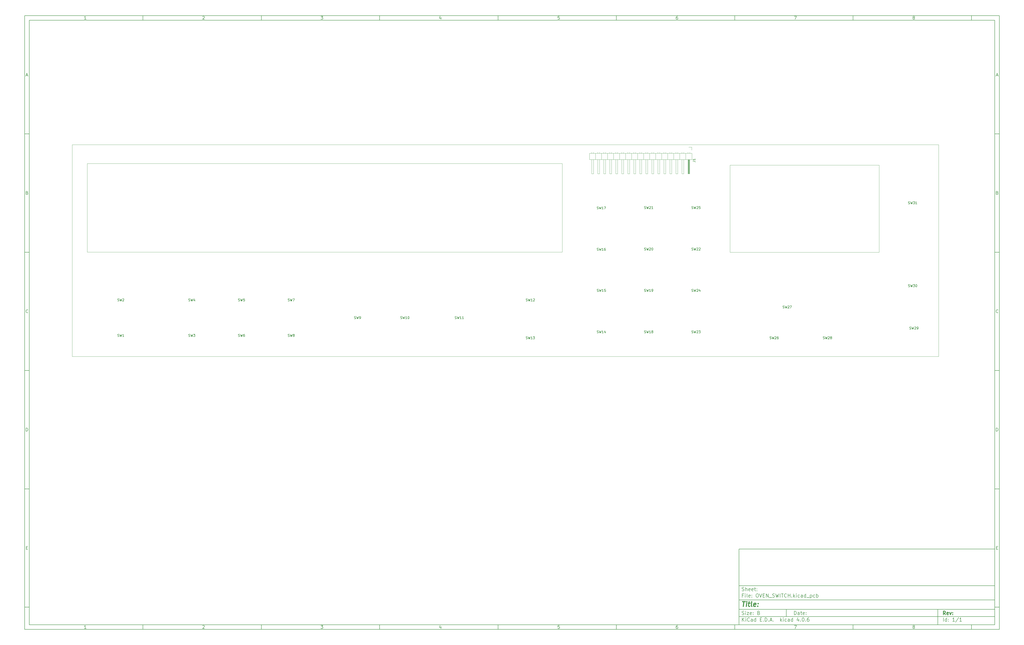
<source format=gbr>
G04 #@! TF.FileFunction,Legend,Top*
%FSLAX46Y46*%
G04 Gerber Fmt 4.6, Leading zero omitted, Abs format (unit mm)*
G04 Created by KiCad (PCBNEW 4.0.6) date 04/10/17 12:01:18*
%MOMM*%
%LPD*%
G01*
G04 APERTURE LIST*
%ADD10C,0.500000*%
%ADD11C,0.150000*%
%ADD12C,0.300000*%
%ADD13C,0.400000*%
%ADD14C,0.100000*%
%ADD15C,0.120000*%
G04 APERTURE END LIST*
D10*
D11*
X311800000Y-235400000D02*
X311800000Y-267400000D01*
X419800000Y-267400000D01*
X419800000Y-235400000D01*
X311800000Y-235400000D01*
D10*
D11*
X10000000Y-10000000D02*
X10000000Y-269400000D01*
X421800000Y-269400000D01*
X421800000Y-10000000D01*
X10000000Y-10000000D01*
D10*
D11*
X12000000Y-12000000D02*
X12000000Y-267400000D01*
X419800000Y-267400000D01*
X419800000Y-12000000D01*
X12000000Y-12000000D01*
D10*
D11*
X60000000Y-12000000D02*
X60000000Y-10000000D01*
D10*
D11*
X110000000Y-12000000D02*
X110000000Y-10000000D01*
D10*
D11*
X160000000Y-12000000D02*
X160000000Y-10000000D01*
D10*
D11*
X210000000Y-12000000D02*
X210000000Y-10000000D01*
D10*
D11*
X260000000Y-12000000D02*
X260000000Y-10000000D01*
D10*
D11*
X310000000Y-12000000D02*
X310000000Y-10000000D01*
D10*
D11*
X360000000Y-12000000D02*
X360000000Y-10000000D01*
D10*
D11*
X410000000Y-12000000D02*
X410000000Y-10000000D01*
D10*
D11*
X35990476Y-11588095D02*
X35247619Y-11588095D01*
X35619048Y-11588095D02*
X35619048Y-10288095D01*
X35495238Y-10473810D01*
X35371429Y-10597619D01*
X35247619Y-10659524D01*
D10*
D11*
X85247619Y-10411905D02*
X85309524Y-10350000D01*
X85433333Y-10288095D01*
X85742857Y-10288095D01*
X85866667Y-10350000D01*
X85928571Y-10411905D01*
X85990476Y-10535714D01*
X85990476Y-10659524D01*
X85928571Y-10845238D01*
X85185714Y-11588095D01*
X85990476Y-11588095D01*
D10*
D11*
X135185714Y-10288095D02*
X135990476Y-10288095D01*
X135557143Y-10783333D01*
X135742857Y-10783333D01*
X135866667Y-10845238D01*
X135928571Y-10907143D01*
X135990476Y-11030952D01*
X135990476Y-11340476D01*
X135928571Y-11464286D01*
X135866667Y-11526190D01*
X135742857Y-11588095D01*
X135371429Y-11588095D01*
X135247619Y-11526190D01*
X135185714Y-11464286D01*
D10*
D11*
X185866667Y-10721429D02*
X185866667Y-11588095D01*
X185557143Y-10226190D02*
X185247619Y-11154762D01*
X186052381Y-11154762D01*
D10*
D11*
X235928571Y-10288095D02*
X235309524Y-10288095D01*
X235247619Y-10907143D01*
X235309524Y-10845238D01*
X235433333Y-10783333D01*
X235742857Y-10783333D01*
X235866667Y-10845238D01*
X235928571Y-10907143D01*
X235990476Y-11030952D01*
X235990476Y-11340476D01*
X235928571Y-11464286D01*
X235866667Y-11526190D01*
X235742857Y-11588095D01*
X235433333Y-11588095D01*
X235309524Y-11526190D01*
X235247619Y-11464286D01*
D10*
D11*
X285866667Y-10288095D02*
X285619048Y-10288095D01*
X285495238Y-10350000D01*
X285433333Y-10411905D01*
X285309524Y-10597619D01*
X285247619Y-10845238D01*
X285247619Y-11340476D01*
X285309524Y-11464286D01*
X285371429Y-11526190D01*
X285495238Y-11588095D01*
X285742857Y-11588095D01*
X285866667Y-11526190D01*
X285928571Y-11464286D01*
X285990476Y-11340476D01*
X285990476Y-11030952D01*
X285928571Y-10907143D01*
X285866667Y-10845238D01*
X285742857Y-10783333D01*
X285495238Y-10783333D01*
X285371429Y-10845238D01*
X285309524Y-10907143D01*
X285247619Y-11030952D01*
D10*
D11*
X335185714Y-10288095D02*
X336052381Y-10288095D01*
X335495238Y-11588095D01*
D10*
D11*
X385495238Y-10845238D02*
X385371429Y-10783333D01*
X385309524Y-10721429D01*
X385247619Y-10597619D01*
X385247619Y-10535714D01*
X385309524Y-10411905D01*
X385371429Y-10350000D01*
X385495238Y-10288095D01*
X385742857Y-10288095D01*
X385866667Y-10350000D01*
X385928571Y-10411905D01*
X385990476Y-10535714D01*
X385990476Y-10597619D01*
X385928571Y-10721429D01*
X385866667Y-10783333D01*
X385742857Y-10845238D01*
X385495238Y-10845238D01*
X385371429Y-10907143D01*
X385309524Y-10969048D01*
X385247619Y-11092857D01*
X385247619Y-11340476D01*
X385309524Y-11464286D01*
X385371429Y-11526190D01*
X385495238Y-11588095D01*
X385742857Y-11588095D01*
X385866667Y-11526190D01*
X385928571Y-11464286D01*
X385990476Y-11340476D01*
X385990476Y-11092857D01*
X385928571Y-10969048D01*
X385866667Y-10907143D01*
X385742857Y-10845238D01*
D10*
D11*
X60000000Y-267400000D02*
X60000000Y-269400000D01*
D10*
D11*
X110000000Y-267400000D02*
X110000000Y-269400000D01*
D10*
D11*
X160000000Y-267400000D02*
X160000000Y-269400000D01*
D10*
D11*
X210000000Y-267400000D02*
X210000000Y-269400000D01*
D10*
D11*
X260000000Y-267400000D02*
X260000000Y-269400000D01*
D10*
D11*
X310000000Y-267400000D02*
X310000000Y-269400000D01*
D10*
D11*
X360000000Y-267400000D02*
X360000000Y-269400000D01*
D10*
D11*
X410000000Y-267400000D02*
X410000000Y-269400000D01*
D10*
D11*
X35990476Y-268988095D02*
X35247619Y-268988095D01*
X35619048Y-268988095D02*
X35619048Y-267688095D01*
X35495238Y-267873810D01*
X35371429Y-267997619D01*
X35247619Y-268059524D01*
D10*
D11*
X85247619Y-267811905D02*
X85309524Y-267750000D01*
X85433333Y-267688095D01*
X85742857Y-267688095D01*
X85866667Y-267750000D01*
X85928571Y-267811905D01*
X85990476Y-267935714D01*
X85990476Y-268059524D01*
X85928571Y-268245238D01*
X85185714Y-268988095D01*
X85990476Y-268988095D01*
D10*
D11*
X135185714Y-267688095D02*
X135990476Y-267688095D01*
X135557143Y-268183333D01*
X135742857Y-268183333D01*
X135866667Y-268245238D01*
X135928571Y-268307143D01*
X135990476Y-268430952D01*
X135990476Y-268740476D01*
X135928571Y-268864286D01*
X135866667Y-268926190D01*
X135742857Y-268988095D01*
X135371429Y-268988095D01*
X135247619Y-268926190D01*
X135185714Y-268864286D01*
D10*
D11*
X185866667Y-268121429D02*
X185866667Y-268988095D01*
X185557143Y-267626190D02*
X185247619Y-268554762D01*
X186052381Y-268554762D01*
D10*
D11*
X235928571Y-267688095D02*
X235309524Y-267688095D01*
X235247619Y-268307143D01*
X235309524Y-268245238D01*
X235433333Y-268183333D01*
X235742857Y-268183333D01*
X235866667Y-268245238D01*
X235928571Y-268307143D01*
X235990476Y-268430952D01*
X235990476Y-268740476D01*
X235928571Y-268864286D01*
X235866667Y-268926190D01*
X235742857Y-268988095D01*
X235433333Y-268988095D01*
X235309524Y-268926190D01*
X235247619Y-268864286D01*
D10*
D11*
X285866667Y-267688095D02*
X285619048Y-267688095D01*
X285495238Y-267750000D01*
X285433333Y-267811905D01*
X285309524Y-267997619D01*
X285247619Y-268245238D01*
X285247619Y-268740476D01*
X285309524Y-268864286D01*
X285371429Y-268926190D01*
X285495238Y-268988095D01*
X285742857Y-268988095D01*
X285866667Y-268926190D01*
X285928571Y-268864286D01*
X285990476Y-268740476D01*
X285990476Y-268430952D01*
X285928571Y-268307143D01*
X285866667Y-268245238D01*
X285742857Y-268183333D01*
X285495238Y-268183333D01*
X285371429Y-268245238D01*
X285309524Y-268307143D01*
X285247619Y-268430952D01*
D10*
D11*
X335185714Y-267688095D02*
X336052381Y-267688095D01*
X335495238Y-268988095D01*
D10*
D11*
X385495238Y-268245238D02*
X385371429Y-268183333D01*
X385309524Y-268121429D01*
X385247619Y-267997619D01*
X385247619Y-267935714D01*
X385309524Y-267811905D01*
X385371429Y-267750000D01*
X385495238Y-267688095D01*
X385742857Y-267688095D01*
X385866667Y-267750000D01*
X385928571Y-267811905D01*
X385990476Y-267935714D01*
X385990476Y-267997619D01*
X385928571Y-268121429D01*
X385866667Y-268183333D01*
X385742857Y-268245238D01*
X385495238Y-268245238D01*
X385371429Y-268307143D01*
X385309524Y-268369048D01*
X385247619Y-268492857D01*
X385247619Y-268740476D01*
X385309524Y-268864286D01*
X385371429Y-268926190D01*
X385495238Y-268988095D01*
X385742857Y-268988095D01*
X385866667Y-268926190D01*
X385928571Y-268864286D01*
X385990476Y-268740476D01*
X385990476Y-268492857D01*
X385928571Y-268369048D01*
X385866667Y-268307143D01*
X385742857Y-268245238D01*
D10*
D11*
X10000000Y-60000000D02*
X12000000Y-60000000D01*
D10*
D11*
X10000000Y-110000000D02*
X12000000Y-110000000D01*
D10*
D11*
X10000000Y-160000000D02*
X12000000Y-160000000D01*
D10*
D11*
X10000000Y-210000000D02*
X12000000Y-210000000D01*
D10*
D11*
X10000000Y-260000000D02*
X12000000Y-260000000D01*
D10*
D11*
X10690476Y-35216667D02*
X11309524Y-35216667D01*
X10566667Y-35588095D02*
X11000000Y-34288095D01*
X11433333Y-35588095D01*
D10*
D11*
X11092857Y-84907143D02*
X11278571Y-84969048D01*
X11340476Y-85030952D01*
X11402381Y-85154762D01*
X11402381Y-85340476D01*
X11340476Y-85464286D01*
X11278571Y-85526190D01*
X11154762Y-85588095D01*
X10659524Y-85588095D01*
X10659524Y-84288095D01*
X11092857Y-84288095D01*
X11216667Y-84350000D01*
X11278571Y-84411905D01*
X11340476Y-84535714D01*
X11340476Y-84659524D01*
X11278571Y-84783333D01*
X11216667Y-84845238D01*
X11092857Y-84907143D01*
X10659524Y-84907143D01*
D10*
D11*
X11402381Y-135464286D02*
X11340476Y-135526190D01*
X11154762Y-135588095D01*
X11030952Y-135588095D01*
X10845238Y-135526190D01*
X10721429Y-135402381D01*
X10659524Y-135278571D01*
X10597619Y-135030952D01*
X10597619Y-134845238D01*
X10659524Y-134597619D01*
X10721429Y-134473810D01*
X10845238Y-134350000D01*
X11030952Y-134288095D01*
X11154762Y-134288095D01*
X11340476Y-134350000D01*
X11402381Y-134411905D01*
D10*
D11*
X10659524Y-185588095D02*
X10659524Y-184288095D01*
X10969048Y-184288095D01*
X11154762Y-184350000D01*
X11278571Y-184473810D01*
X11340476Y-184597619D01*
X11402381Y-184845238D01*
X11402381Y-185030952D01*
X11340476Y-185278571D01*
X11278571Y-185402381D01*
X11154762Y-185526190D01*
X10969048Y-185588095D01*
X10659524Y-185588095D01*
D10*
D11*
X10721429Y-234907143D02*
X11154762Y-234907143D01*
X11340476Y-235588095D02*
X10721429Y-235588095D01*
X10721429Y-234288095D01*
X11340476Y-234288095D01*
D10*
D11*
X421800000Y-60000000D02*
X419800000Y-60000000D01*
D10*
D11*
X421800000Y-110000000D02*
X419800000Y-110000000D01*
D10*
D11*
X421800000Y-160000000D02*
X419800000Y-160000000D01*
D10*
D11*
X421800000Y-210000000D02*
X419800000Y-210000000D01*
D10*
D11*
X421800000Y-260000000D02*
X419800000Y-260000000D01*
D10*
D11*
X420490476Y-35216667D02*
X421109524Y-35216667D01*
X420366667Y-35588095D02*
X420800000Y-34288095D01*
X421233333Y-35588095D01*
D10*
D11*
X420892857Y-84907143D02*
X421078571Y-84969048D01*
X421140476Y-85030952D01*
X421202381Y-85154762D01*
X421202381Y-85340476D01*
X421140476Y-85464286D01*
X421078571Y-85526190D01*
X420954762Y-85588095D01*
X420459524Y-85588095D01*
X420459524Y-84288095D01*
X420892857Y-84288095D01*
X421016667Y-84350000D01*
X421078571Y-84411905D01*
X421140476Y-84535714D01*
X421140476Y-84659524D01*
X421078571Y-84783333D01*
X421016667Y-84845238D01*
X420892857Y-84907143D01*
X420459524Y-84907143D01*
D10*
D11*
X421202381Y-135464286D02*
X421140476Y-135526190D01*
X420954762Y-135588095D01*
X420830952Y-135588095D01*
X420645238Y-135526190D01*
X420521429Y-135402381D01*
X420459524Y-135278571D01*
X420397619Y-135030952D01*
X420397619Y-134845238D01*
X420459524Y-134597619D01*
X420521429Y-134473810D01*
X420645238Y-134350000D01*
X420830952Y-134288095D01*
X420954762Y-134288095D01*
X421140476Y-134350000D01*
X421202381Y-134411905D01*
D10*
D11*
X420459524Y-185588095D02*
X420459524Y-184288095D01*
X420769048Y-184288095D01*
X420954762Y-184350000D01*
X421078571Y-184473810D01*
X421140476Y-184597619D01*
X421202381Y-184845238D01*
X421202381Y-185030952D01*
X421140476Y-185278571D01*
X421078571Y-185402381D01*
X420954762Y-185526190D01*
X420769048Y-185588095D01*
X420459524Y-185588095D01*
D10*
D11*
X420521429Y-234907143D02*
X420954762Y-234907143D01*
X421140476Y-235588095D02*
X420521429Y-235588095D01*
X420521429Y-234288095D01*
X421140476Y-234288095D01*
D10*
D11*
X335157143Y-263178571D02*
X335157143Y-261678571D01*
X335514286Y-261678571D01*
X335728571Y-261750000D01*
X335871429Y-261892857D01*
X335942857Y-262035714D01*
X336014286Y-262321429D01*
X336014286Y-262535714D01*
X335942857Y-262821429D01*
X335871429Y-262964286D01*
X335728571Y-263107143D01*
X335514286Y-263178571D01*
X335157143Y-263178571D01*
X337300000Y-263178571D02*
X337300000Y-262392857D01*
X337228571Y-262250000D01*
X337085714Y-262178571D01*
X336800000Y-262178571D01*
X336657143Y-262250000D01*
X337300000Y-263107143D02*
X337157143Y-263178571D01*
X336800000Y-263178571D01*
X336657143Y-263107143D01*
X336585714Y-262964286D01*
X336585714Y-262821429D01*
X336657143Y-262678571D01*
X336800000Y-262607143D01*
X337157143Y-262607143D01*
X337300000Y-262535714D01*
X337800000Y-262178571D02*
X338371429Y-262178571D01*
X338014286Y-261678571D02*
X338014286Y-262964286D01*
X338085714Y-263107143D01*
X338228572Y-263178571D01*
X338371429Y-263178571D01*
X339442857Y-263107143D02*
X339300000Y-263178571D01*
X339014286Y-263178571D01*
X338871429Y-263107143D01*
X338800000Y-262964286D01*
X338800000Y-262392857D01*
X338871429Y-262250000D01*
X339014286Y-262178571D01*
X339300000Y-262178571D01*
X339442857Y-262250000D01*
X339514286Y-262392857D01*
X339514286Y-262535714D01*
X338800000Y-262678571D01*
X340157143Y-263035714D02*
X340228571Y-263107143D01*
X340157143Y-263178571D01*
X340085714Y-263107143D01*
X340157143Y-263035714D01*
X340157143Y-263178571D01*
X340157143Y-262250000D02*
X340228571Y-262321429D01*
X340157143Y-262392857D01*
X340085714Y-262321429D01*
X340157143Y-262250000D01*
X340157143Y-262392857D01*
D10*
D11*
X311800000Y-263900000D02*
X419800000Y-263900000D01*
D10*
D11*
X313157143Y-265978571D02*
X313157143Y-264478571D01*
X314014286Y-265978571D02*
X313371429Y-265121429D01*
X314014286Y-264478571D02*
X313157143Y-265335714D01*
X314657143Y-265978571D02*
X314657143Y-264978571D01*
X314657143Y-264478571D02*
X314585714Y-264550000D01*
X314657143Y-264621429D01*
X314728571Y-264550000D01*
X314657143Y-264478571D01*
X314657143Y-264621429D01*
X316228572Y-265835714D02*
X316157143Y-265907143D01*
X315942857Y-265978571D01*
X315800000Y-265978571D01*
X315585715Y-265907143D01*
X315442857Y-265764286D01*
X315371429Y-265621429D01*
X315300000Y-265335714D01*
X315300000Y-265121429D01*
X315371429Y-264835714D01*
X315442857Y-264692857D01*
X315585715Y-264550000D01*
X315800000Y-264478571D01*
X315942857Y-264478571D01*
X316157143Y-264550000D01*
X316228572Y-264621429D01*
X317514286Y-265978571D02*
X317514286Y-265192857D01*
X317442857Y-265050000D01*
X317300000Y-264978571D01*
X317014286Y-264978571D01*
X316871429Y-265050000D01*
X317514286Y-265907143D02*
X317371429Y-265978571D01*
X317014286Y-265978571D01*
X316871429Y-265907143D01*
X316800000Y-265764286D01*
X316800000Y-265621429D01*
X316871429Y-265478571D01*
X317014286Y-265407143D01*
X317371429Y-265407143D01*
X317514286Y-265335714D01*
X318871429Y-265978571D02*
X318871429Y-264478571D01*
X318871429Y-265907143D02*
X318728572Y-265978571D01*
X318442858Y-265978571D01*
X318300000Y-265907143D01*
X318228572Y-265835714D01*
X318157143Y-265692857D01*
X318157143Y-265264286D01*
X318228572Y-265121429D01*
X318300000Y-265050000D01*
X318442858Y-264978571D01*
X318728572Y-264978571D01*
X318871429Y-265050000D01*
X320728572Y-265192857D02*
X321228572Y-265192857D01*
X321442858Y-265978571D02*
X320728572Y-265978571D01*
X320728572Y-264478571D01*
X321442858Y-264478571D01*
X322085715Y-265835714D02*
X322157143Y-265907143D01*
X322085715Y-265978571D01*
X322014286Y-265907143D01*
X322085715Y-265835714D01*
X322085715Y-265978571D01*
X322800001Y-265978571D02*
X322800001Y-264478571D01*
X323157144Y-264478571D01*
X323371429Y-264550000D01*
X323514287Y-264692857D01*
X323585715Y-264835714D01*
X323657144Y-265121429D01*
X323657144Y-265335714D01*
X323585715Y-265621429D01*
X323514287Y-265764286D01*
X323371429Y-265907143D01*
X323157144Y-265978571D01*
X322800001Y-265978571D01*
X324300001Y-265835714D02*
X324371429Y-265907143D01*
X324300001Y-265978571D01*
X324228572Y-265907143D01*
X324300001Y-265835714D01*
X324300001Y-265978571D01*
X324942858Y-265550000D02*
X325657144Y-265550000D01*
X324800001Y-265978571D02*
X325300001Y-264478571D01*
X325800001Y-265978571D01*
X326300001Y-265835714D02*
X326371429Y-265907143D01*
X326300001Y-265978571D01*
X326228572Y-265907143D01*
X326300001Y-265835714D01*
X326300001Y-265978571D01*
X329300001Y-265978571D02*
X329300001Y-264478571D01*
X329442858Y-265407143D02*
X329871429Y-265978571D01*
X329871429Y-264978571D02*
X329300001Y-265550000D01*
X330514287Y-265978571D02*
X330514287Y-264978571D01*
X330514287Y-264478571D02*
X330442858Y-264550000D01*
X330514287Y-264621429D01*
X330585715Y-264550000D01*
X330514287Y-264478571D01*
X330514287Y-264621429D01*
X331871430Y-265907143D02*
X331728573Y-265978571D01*
X331442859Y-265978571D01*
X331300001Y-265907143D01*
X331228573Y-265835714D01*
X331157144Y-265692857D01*
X331157144Y-265264286D01*
X331228573Y-265121429D01*
X331300001Y-265050000D01*
X331442859Y-264978571D01*
X331728573Y-264978571D01*
X331871430Y-265050000D01*
X333157144Y-265978571D02*
X333157144Y-265192857D01*
X333085715Y-265050000D01*
X332942858Y-264978571D01*
X332657144Y-264978571D01*
X332514287Y-265050000D01*
X333157144Y-265907143D02*
X333014287Y-265978571D01*
X332657144Y-265978571D01*
X332514287Y-265907143D01*
X332442858Y-265764286D01*
X332442858Y-265621429D01*
X332514287Y-265478571D01*
X332657144Y-265407143D01*
X333014287Y-265407143D01*
X333157144Y-265335714D01*
X334514287Y-265978571D02*
X334514287Y-264478571D01*
X334514287Y-265907143D02*
X334371430Y-265978571D01*
X334085716Y-265978571D01*
X333942858Y-265907143D01*
X333871430Y-265835714D01*
X333800001Y-265692857D01*
X333800001Y-265264286D01*
X333871430Y-265121429D01*
X333942858Y-265050000D01*
X334085716Y-264978571D01*
X334371430Y-264978571D01*
X334514287Y-265050000D01*
X337014287Y-264978571D02*
X337014287Y-265978571D01*
X336657144Y-264407143D02*
X336300001Y-265478571D01*
X337228573Y-265478571D01*
X337800001Y-265835714D02*
X337871429Y-265907143D01*
X337800001Y-265978571D01*
X337728572Y-265907143D01*
X337800001Y-265835714D01*
X337800001Y-265978571D01*
X338800001Y-264478571D02*
X338942858Y-264478571D01*
X339085715Y-264550000D01*
X339157144Y-264621429D01*
X339228573Y-264764286D01*
X339300001Y-265050000D01*
X339300001Y-265407143D01*
X339228573Y-265692857D01*
X339157144Y-265835714D01*
X339085715Y-265907143D01*
X338942858Y-265978571D01*
X338800001Y-265978571D01*
X338657144Y-265907143D01*
X338585715Y-265835714D01*
X338514287Y-265692857D01*
X338442858Y-265407143D01*
X338442858Y-265050000D01*
X338514287Y-264764286D01*
X338585715Y-264621429D01*
X338657144Y-264550000D01*
X338800001Y-264478571D01*
X339942858Y-265835714D02*
X340014286Y-265907143D01*
X339942858Y-265978571D01*
X339871429Y-265907143D01*
X339942858Y-265835714D01*
X339942858Y-265978571D01*
X341300001Y-264478571D02*
X341014287Y-264478571D01*
X340871430Y-264550000D01*
X340800001Y-264621429D01*
X340657144Y-264835714D01*
X340585715Y-265121429D01*
X340585715Y-265692857D01*
X340657144Y-265835714D01*
X340728572Y-265907143D01*
X340871430Y-265978571D01*
X341157144Y-265978571D01*
X341300001Y-265907143D01*
X341371430Y-265835714D01*
X341442858Y-265692857D01*
X341442858Y-265335714D01*
X341371430Y-265192857D01*
X341300001Y-265121429D01*
X341157144Y-265050000D01*
X340871430Y-265050000D01*
X340728572Y-265121429D01*
X340657144Y-265192857D01*
X340585715Y-265335714D01*
D10*
D11*
X311800000Y-260900000D02*
X419800000Y-260900000D01*
D10*
D12*
X399014286Y-263178571D02*
X398514286Y-262464286D01*
X398157143Y-263178571D02*
X398157143Y-261678571D01*
X398728571Y-261678571D01*
X398871429Y-261750000D01*
X398942857Y-261821429D01*
X399014286Y-261964286D01*
X399014286Y-262178571D01*
X398942857Y-262321429D01*
X398871429Y-262392857D01*
X398728571Y-262464286D01*
X398157143Y-262464286D01*
X400228571Y-263107143D02*
X400085714Y-263178571D01*
X399800000Y-263178571D01*
X399657143Y-263107143D01*
X399585714Y-262964286D01*
X399585714Y-262392857D01*
X399657143Y-262250000D01*
X399800000Y-262178571D01*
X400085714Y-262178571D01*
X400228571Y-262250000D01*
X400300000Y-262392857D01*
X400300000Y-262535714D01*
X399585714Y-262678571D01*
X400800000Y-262178571D02*
X401157143Y-263178571D01*
X401514285Y-262178571D01*
X402085714Y-263035714D02*
X402157142Y-263107143D01*
X402085714Y-263178571D01*
X402014285Y-263107143D01*
X402085714Y-263035714D01*
X402085714Y-263178571D01*
X402085714Y-262250000D02*
X402157142Y-262321429D01*
X402085714Y-262392857D01*
X402014285Y-262321429D01*
X402085714Y-262250000D01*
X402085714Y-262392857D01*
D10*
D11*
X313085714Y-263107143D02*
X313300000Y-263178571D01*
X313657143Y-263178571D01*
X313800000Y-263107143D01*
X313871429Y-263035714D01*
X313942857Y-262892857D01*
X313942857Y-262750000D01*
X313871429Y-262607143D01*
X313800000Y-262535714D01*
X313657143Y-262464286D01*
X313371429Y-262392857D01*
X313228571Y-262321429D01*
X313157143Y-262250000D01*
X313085714Y-262107143D01*
X313085714Y-261964286D01*
X313157143Y-261821429D01*
X313228571Y-261750000D01*
X313371429Y-261678571D01*
X313728571Y-261678571D01*
X313942857Y-261750000D01*
X314585714Y-263178571D02*
X314585714Y-262178571D01*
X314585714Y-261678571D02*
X314514285Y-261750000D01*
X314585714Y-261821429D01*
X314657142Y-261750000D01*
X314585714Y-261678571D01*
X314585714Y-261821429D01*
X315157143Y-262178571D02*
X315942857Y-262178571D01*
X315157143Y-263178571D01*
X315942857Y-263178571D01*
X317085714Y-263107143D02*
X316942857Y-263178571D01*
X316657143Y-263178571D01*
X316514286Y-263107143D01*
X316442857Y-262964286D01*
X316442857Y-262392857D01*
X316514286Y-262250000D01*
X316657143Y-262178571D01*
X316942857Y-262178571D01*
X317085714Y-262250000D01*
X317157143Y-262392857D01*
X317157143Y-262535714D01*
X316442857Y-262678571D01*
X317800000Y-263035714D02*
X317871428Y-263107143D01*
X317800000Y-263178571D01*
X317728571Y-263107143D01*
X317800000Y-263035714D01*
X317800000Y-263178571D01*
X317800000Y-262250000D02*
X317871428Y-262321429D01*
X317800000Y-262392857D01*
X317728571Y-262321429D01*
X317800000Y-262250000D01*
X317800000Y-262392857D01*
X320157143Y-262392857D02*
X320371429Y-262464286D01*
X320442857Y-262535714D01*
X320514286Y-262678571D01*
X320514286Y-262892857D01*
X320442857Y-263035714D01*
X320371429Y-263107143D01*
X320228571Y-263178571D01*
X319657143Y-263178571D01*
X319657143Y-261678571D01*
X320157143Y-261678571D01*
X320300000Y-261750000D01*
X320371429Y-261821429D01*
X320442857Y-261964286D01*
X320442857Y-262107143D01*
X320371429Y-262250000D01*
X320300000Y-262321429D01*
X320157143Y-262392857D01*
X319657143Y-262392857D01*
D10*
D11*
X398157143Y-265978571D02*
X398157143Y-264478571D01*
X399514286Y-265978571D02*
X399514286Y-264478571D01*
X399514286Y-265907143D02*
X399371429Y-265978571D01*
X399085715Y-265978571D01*
X398942857Y-265907143D01*
X398871429Y-265835714D01*
X398800000Y-265692857D01*
X398800000Y-265264286D01*
X398871429Y-265121429D01*
X398942857Y-265050000D01*
X399085715Y-264978571D01*
X399371429Y-264978571D01*
X399514286Y-265050000D01*
X400228572Y-265835714D02*
X400300000Y-265907143D01*
X400228572Y-265978571D01*
X400157143Y-265907143D01*
X400228572Y-265835714D01*
X400228572Y-265978571D01*
X400228572Y-265050000D02*
X400300000Y-265121429D01*
X400228572Y-265192857D01*
X400157143Y-265121429D01*
X400228572Y-265050000D01*
X400228572Y-265192857D01*
X402871429Y-265978571D02*
X402014286Y-265978571D01*
X402442858Y-265978571D02*
X402442858Y-264478571D01*
X402300001Y-264692857D01*
X402157143Y-264835714D01*
X402014286Y-264907143D01*
X404585714Y-264407143D02*
X403300000Y-266335714D01*
X405871429Y-265978571D02*
X405014286Y-265978571D01*
X405442858Y-265978571D02*
X405442858Y-264478571D01*
X405300001Y-264692857D01*
X405157143Y-264835714D01*
X405014286Y-264907143D01*
D10*
D11*
X311800000Y-256900000D02*
X419800000Y-256900000D01*
D10*
D13*
X313252381Y-257604762D02*
X314395238Y-257604762D01*
X313573810Y-259604762D02*
X313823810Y-257604762D01*
X314811905Y-259604762D02*
X314978571Y-258271429D01*
X315061905Y-257604762D02*
X314954762Y-257700000D01*
X315038095Y-257795238D01*
X315145239Y-257700000D01*
X315061905Y-257604762D01*
X315038095Y-257795238D01*
X315645238Y-258271429D02*
X316407143Y-258271429D01*
X316014286Y-257604762D02*
X315800000Y-259319048D01*
X315871430Y-259509524D01*
X316050001Y-259604762D01*
X316240477Y-259604762D01*
X317192858Y-259604762D02*
X317014287Y-259509524D01*
X316942857Y-259319048D01*
X317157143Y-257604762D01*
X318728572Y-259509524D02*
X318526191Y-259604762D01*
X318145239Y-259604762D01*
X317966667Y-259509524D01*
X317895238Y-259319048D01*
X317990476Y-258557143D01*
X318109524Y-258366667D01*
X318311905Y-258271429D01*
X318692857Y-258271429D01*
X318871429Y-258366667D01*
X318942857Y-258557143D01*
X318919048Y-258747619D01*
X317942857Y-258938095D01*
X319692857Y-259414286D02*
X319776192Y-259509524D01*
X319669048Y-259604762D01*
X319585715Y-259509524D01*
X319692857Y-259414286D01*
X319669048Y-259604762D01*
X319823810Y-258366667D02*
X319907144Y-258461905D01*
X319800000Y-258557143D01*
X319716667Y-258461905D01*
X319823810Y-258366667D01*
X319800000Y-258557143D01*
D10*
D11*
X313657143Y-254992857D02*
X313157143Y-254992857D01*
X313157143Y-255778571D02*
X313157143Y-254278571D01*
X313871429Y-254278571D01*
X314442857Y-255778571D02*
X314442857Y-254778571D01*
X314442857Y-254278571D02*
X314371428Y-254350000D01*
X314442857Y-254421429D01*
X314514285Y-254350000D01*
X314442857Y-254278571D01*
X314442857Y-254421429D01*
X315371429Y-255778571D02*
X315228571Y-255707143D01*
X315157143Y-255564286D01*
X315157143Y-254278571D01*
X316514285Y-255707143D02*
X316371428Y-255778571D01*
X316085714Y-255778571D01*
X315942857Y-255707143D01*
X315871428Y-255564286D01*
X315871428Y-254992857D01*
X315942857Y-254850000D01*
X316085714Y-254778571D01*
X316371428Y-254778571D01*
X316514285Y-254850000D01*
X316585714Y-254992857D01*
X316585714Y-255135714D01*
X315871428Y-255278571D01*
X317228571Y-255635714D02*
X317299999Y-255707143D01*
X317228571Y-255778571D01*
X317157142Y-255707143D01*
X317228571Y-255635714D01*
X317228571Y-255778571D01*
X317228571Y-254850000D02*
X317299999Y-254921429D01*
X317228571Y-254992857D01*
X317157142Y-254921429D01*
X317228571Y-254850000D01*
X317228571Y-254992857D01*
X319371428Y-254278571D02*
X319657142Y-254278571D01*
X319800000Y-254350000D01*
X319942857Y-254492857D01*
X320014285Y-254778571D01*
X320014285Y-255278571D01*
X319942857Y-255564286D01*
X319800000Y-255707143D01*
X319657142Y-255778571D01*
X319371428Y-255778571D01*
X319228571Y-255707143D01*
X319085714Y-255564286D01*
X319014285Y-255278571D01*
X319014285Y-254778571D01*
X319085714Y-254492857D01*
X319228571Y-254350000D01*
X319371428Y-254278571D01*
X320442857Y-254278571D02*
X320942857Y-255778571D01*
X321442857Y-254278571D01*
X321942857Y-254992857D02*
X322442857Y-254992857D01*
X322657143Y-255778571D02*
X321942857Y-255778571D01*
X321942857Y-254278571D01*
X322657143Y-254278571D01*
X323300000Y-255778571D02*
X323300000Y-254278571D01*
X324157143Y-255778571D01*
X324157143Y-254278571D01*
X324514286Y-255921429D02*
X325657143Y-255921429D01*
X325942857Y-255707143D02*
X326157143Y-255778571D01*
X326514286Y-255778571D01*
X326657143Y-255707143D01*
X326728572Y-255635714D01*
X326800000Y-255492857D01*
X326800000Y-255350000D01*
X326728572Y-255207143D01*
X326657143Y-255135714D01*
X326514286Y-255064286D01*
X326228572Y-254992857D01*
X326085714Y-254921429D01*
X326014286Y-254850000D01*
X325942857Y-254707143D01*
X325942857Y-254564286D01*
X326014286Y-254421429D01*
X326085714Y-254350000D01*
X326228572Y-254278571D01*
X326585714Y-254278571D01*
X326800000Y-254350000D01*
X327300000Y-254278571D02*
X327657143Y-255778571D01*
X327942857Y-254707143D01*
X328228571Y-255778571D01*
X328585714Y-254278571D01*
X329157143Y-255778571D02*
X329157143Y-254278571D01*
X329657143Y-254278571D02*
X330514286Y-254278571D01*
X330085715Y-255778571D02*
X330085715Y-254278571D01*
X331871429Y-255635714D02*
X331800000Y-255707143D01*
X331585714Y-255778571D01*
X331442857Y-255778571D01*
X331228572Y-255707143D01*
X331085714Y-255564286D01*
X331014286Y-255421429D01*
X330942857Y-255135714D01*
X330942857Y-254921429D01*
X331014286Y-254635714D01*
X331085714Y-254492857D01*
X331228572Y-254350000D01*
X331442857Y-254278571D01*
X331585714Y-254278571D01*
X331800000Y-254350000D01*
X331871429Y-254421429D01*
X332514286Y-255778571D02*
X332514286Y-254278571D01*
X332514286Y-254992857D02*
X333371429Y-254992857D01*
X333371429Y-255778571D02*
X333371429Y-254278571D01*
X334085715Y-255635714D02*
X334157143Y-255707143D01*
X334085715Y-255778571D01*
X334014286Y-255707143D01*
X334085715Y-255635714D01*
X334085715Y-255778571D01*
X334800001Y-255778571D02*
X334800001Y-254278571D01*
X334942858Y-255207143D02*
X335371429Y-255778571D01*
X335371429Y-254778571D02*
X334800001Y-255350000D01*
X336014287Y-255778571D02*
X336014287Y-254778571D01*
X336014287Y-254278571D02*
X335942858Y-254350000D01*
X336014287Y-254421429D01*
X336085715Y-254350000D01*
X336014287Y-254278571D01*
X336014287Y-254421429D01*
X337371430Y-255707143D02*
X337228573Y-255778571D01*
X336942859Y-255778571D01*
X336800001Y-255707143D01*
X336728573Y-255635714D01*
X336657144Y-255492857D01*
X336657144Y-255064286D01*
X336728573Y-254921429D01*
X336800001Y-254850000D01*
X336942859Y-254778571D01*
X337228573Y-254778571D01*
X337371430Y-254850000D01*
X338657144Y-255778571D02*
X338657144Y-254992857D01*
X338585715Y-254850000D01*
X338442858Y-254778571D01*
X338157144Y-254778571D01*
X338014287Y-254850000D01*
X338657144Y-255707143D02*
X338514287Y-255778571D01*
X338157144Y-255778571D01*
X338014287Y-255707143D01*
X337942858Y-255564286D01*
X337942858Y-255421429D01*
X338014287Y-255278571D01*
X338157144Y-255207143D01*
X338514287Y-255207143D01*
X338657144Y-255135714D01*
X340014287Y-255778571D02*
X340014287Y-254278571D01*
X340014287Y-255707143D02*
X339871430Y-255778571D01*
X339585716Y-255778571D01*
X339442858Y-255707143D01*
X339371430Y-255635714D01*
X339300001Y-255492857D01*
X339300001Y-255064286D01*
X339371430Y-254921429D01*
X339442858Y-254850000D01*
X339585716Y-254778571D01*
X339871430Y-254778571D01*
X340014287Y-254850000D01*
X340371430Y-255921429D02*
X341514287Y-255921429D01*
X341871430Y-254778571D02*
X341871430Y-256278571D01*
X341871430Y-254850000D02*
X342014287Y-254778571D01*
X342300001Y-254778571D01*
X342442858Y-254850000D01*
X342514287Y-254921429D01*
X342585716Y-255064286D01*
X342585716Y-255492857D01*
X342514287Y-255635714D01*
X342442858Y-255707143D01*
X342300001Y-255778571D01*
X342014287Y-255778571D01*
X341871430Y-255707143D01*
X343871430Y-255707143D02*
X343728573Y-255778571D01*
X343442859Y-255778571D01*
X343300001Y-255707143D01*
X343228573Y-255635714D01*
X343157144Y-255492857D01*
X343157144Y-255064286D01*
X343228573Y-254921429D01*
X343300001Y-254850000D01*
X343442859Y-254778571D01*
X343728573Y-254778571D01*
X343871430Y-254850000D01*
X344514287Y-255778571D02*
X344514287Y-254278571D01*
X344514287Y-254850000D02*
X344657144Y-254778571D01*
X344942858Y-254778571D01*
X345085715Y-254850000D01*
X345157144Y-254921429D01*
X345228573Y-255064286D01*
X345228573Y-255492857D01*
X345157144Y-255635714D01*
X345085715Y-255707143D01*
X344942858Y-255778571D01*
X344657144Y-255778571D01*
X344514287Y-255707143D01*
D10*
D11*
X311800000Y-250900000D02*
X419800000Y-250900000D01*
D10*
D11*
X313085714Y-253007143D02*
X313300000Y-253078571D01*
X313657143Y-253078571D01*
X313800000Y-253007143D01*
X313871429Y-252935714D01*
X313942857Y-252792857D01*
X313942857Y-252650000D01*
X313871429Y-252507143D01*
X313800000Y-252435714D01*
X313657143Y-252364286D01*
X313371429Y-252292857D01*
X313228571Y-252221429D01*
X313157143Y-252150000D01*
X313085714Y-252007143D01*
X313085714Y-251864286D01*
X313157143Y-251721429D01*
X313228571Y-251650000D01*
X313371429Y-251578571D01*
X313728571Y-251578571D01*
X313942857Y-251650000D01*
X314585714Y-253078571D02*
X314585714Y-251578571D01*
X315228571Y-253078571D02*
X315228571Y-252292857D01*
X315157142Y-252150000D01*
X315014285Y-252078571D01*
X314800000Y-252078571D01*
X314657142Y-252150000D01*
X314585714Y-252221429D01*
X316514285Y-253007143D02*
X316371428Y-253078571D01*
X316085714Y-253078571D01*
X315942857Y-253007143D01*
X315871428Y-252864286D01*
X315871428Y-252292857D01*
X315942857Y-252150000D01*
X316085714Y-252078571D01*
X316371428Y-252078571D01*
X316514285Y-252150000D01*
X316585714Y-252292857D01*
X316585714Y-252435714D01*
X315871428Y-252578571D01*
X317799999Y-253007143D02*
X317657142Y-253078571D01*
X317371428Y-253078571D01*
X317228571Y-253007143D01*
X317157142Y-252864286D01*
X317157142Y-252292857D01*
X317228571Y-252150000D01*
X317371428Y-252078571D01*
X317657142Y-252078571D01*
X317799999Y-252150000D01*
X317871428Y-252292857D01*
X317871428Y-252435714D01*
X317157142Y-252578571D01*
X318299999Y-252078571D02*
X318871428Y-252078571D01*
X318514285Y-251578571D02*
X318514285Y-252864286D01*
X318585713Y-253007143D01*
X318728571Y-253078571D01*
X318871428Y-253078571D01*
X319371428Y-252935714D02*
X319442856Y-253007143D01*
X319371428Y-253078571D01*
X319299999Y-253007143D01*
X319371428Y-252935714D01*
X319371428Y-253078571D01*
X319371428Y-252150000D02*
X319442856Y-252221429D01*
X319371428Y-252292857D01*
X319299999Y-252221429D01*
X319371428Y-252150000D01*
X319371428Y-252292857D01*
D10*
D11*
X331800000Y-260900000D02*
X331800000Y-263900000D01*
D10*
D11*
X395800000Y-260900000D02*
X395800000Y-267400000D01*
D14*
X30090000Y-64524000D02*
X396122000Y-64524000D01*
X307990000Y-73202000D02*
X307990000Y-110002000D01*
X370990000Y-73202000D02*
X307990000Y-73202000D01*
X370990000Y-110002000D02*
X370990000Y-73202000D01*
X307990000Y-110002000D02*
X370990000Y-110002000D01*
X36490000Y-109934000D02*
X36490000Y-72534000D01*
X237090000Y-109934000D02*
X36490000Y-109934000D01*
X237090000Y-72534000D02*
X237090000Y-109934000D01*
X36490000Y-72534000D02*
X237090000Y-72534000D01*
X30090000Y-154024000D02*
X41122000Y-154024000D01*
X30090000Y-154024000D02*
X30090000Y-64524000D01*
X396122000Y-154024000D02*
X41122000Y-154024000D01*
X396122000Y-64524000D02*
X396122000Y-154024000D01*
D15*
X291890000Y-68188000D02*
X289290000Y-68188000D01*
X289290000Y-68188000D02*
X289290000Y-70808000D01*
X289290000Y-70808000D02*
X291890000Y-70808000D01*
X291890000Y-70808000D02*
X291890000Y-68188000D01*
X290940000Y-70808000D02*
X290180000Y-70808000D01*
X290180000Y-70808000D02*
X290180000Y-76808000D01*
X290180000Y-76808000D02*
X290940000Y-76808000D01*
X290940000Y-76808000D02*
X290940000Y-70808000D01*
X290940000Y-67758000D02*
X290940000Y-68188000D01*
X290180000Y-67758000D02*
X290180000Y-68188000D01*
X290820000Y-70808000D02*
X290820000Y-76808000D01*
X290700000Y-70808000D02*
X290700000Y-76808000D01*
X290580000Y-70808000D02*
X290580000Y-76808000D01*
X290460000Y-70808000D02*
X290460000Y-76808000D01*
X290340000Y-70808000D02*
X290340000Y-76808000D01*
X290220000Y-70808000D02*
X290220000Y-76808000D01*
X289290000Y-68188000D02*
X286750000Y-68188000D01*
X286750000Y-68188000D02*
X286750000Y-70808000D01*
X286750000Y-70808000D02*
X289290000Y-70808000D01*
X289290000Y-70808000D02*
X289290000Y-68188000D01*
X288400000Y-70808000D02*
X287640000Y-70808000D01*
X287640000Y-70808000D02*
X287640000Y-76808000D01*
X287640000Y-76808000D02*
X288400000Y-76808000D01*
X288400000Y-76808000D02*
X288400000Y-70808000D01*
X288400000Y-67758000D02*
X288400000Y-68188000D01*
X287640000Y-67758000D02*
X287640000Y-68188000D01*
X286750000Y-68188000D02*
X284210000Y-68188000D01*
X284210000Y-68188000D02*
X284210000Y-70808000D01*
X284210000Y-70808000D02*
X286750000Y-70808000D01*
X286750000Y-70808000D02*
X286750000Y-68188000D01*
X285860000Y-70808000D02*
X285100000Y-70808000D01*
X285100000Y-70808000D02*
X285100000Y-76808000D01*
X285100000Y-76808000D02*
X285860000Y-76808000D01*
X285860000Y-76808000D02*
X285860000Y-70808000D01*
X285860000Y-67758000D02*
X285860000Y-68188000D01*
X285100000Y-67758000D02*
X285100000Y-68188000D01*
X284210000Y-68188000D02*
X281670000Y-68188000D01*
X281670000Y-68188000D02*
X281670000Y-70808000D01*
X281670000Y-70808000D02*
X284210000Y-70808000D01*
X284210000Y-70808000D02*
X284210000Y-68188000D01*
X283320000Y-70808000D02*
X282560000Y-70808000D01*
X282560000Y-70808000D02*
X282560000Y-76808000D01*
X282560000Y-76808000D02*
X283320000Y-76808000D01*
X283320000Y-76808000D02*
X283320000Y-70808000D01*
X283320000Y-67758000D02*
X283320000Y-68188000D01*
X282560000Y-67758000D02*
X282560000Y-68188000D01*
X281670000Y-68188000D02*
X279130000Y-68188000D01*
X279130000Y-68188000D02*
X279130000Y-70808000D01*
X279130000Y-70808000D02*
X281670000Y-70808000D01*
X281670000Y-70808000D02*
X281670000Y-68188000D01*
X280780000Y-70808000D02*
X280020000Y-70808000D01*
X280020000Y-70808000D02*
X280020000Y-76808000D01*
X280020000Y-76808000D02*
X280780000Y-76808000D01*
X280780000Y-76808000D02*
X280780000Y-70808000D01*
X280780000Y-67758000D02*
X280780000Y-68188000D01*
X280020000Y-67758000D02*
X280020000Y-68188000D01*
X279130000Y-68188000D02*
X276590000Y-68188000D01*
X276590000Y-68188000D02*
X276590000Y-70808000D01*
X276590000Y-70808000D02*
X279130000Y-70808000D01*
X279130000Y-70808000D02*
X279130000Y-68188000D01*
X278240000Y-70808000D02*
X277480000Y-70808000D01*
X277480000Y-70808000D02*
X277480000Y-76808000D01*
X277480000Y-76808000D02*
X278240000Y-76808000D01*
X278240000Y-76808000D02*
X278240000Y-70808000D01*
X278240000Y-67758000D02*
X278240000Y-68188000D01*
X277480000Y-67758000D02*
X277480000Y-68188000D01*
X276590000Y-68188000D02*
X274050000Y-68188000D01*
X274050000Y-68188000D02*
X274050000Y-70808000D01*
X274050000Y-70808000D02*
X276590000Y-70808000D01*
X276590000Y-70808000D02*
X276590000Y-68188000D01*
X275700000Y-70808000D02*
X274940000Y-70808000D01*
X274940000Y-70808000D02*
X274940000Y-76808000D01*
X274940000Y-76808000D02*
X275700000Y-76808000D01*
X275700000Y-76808000D02*
X275700000Y-70808000D01*
X275700000Y-67758000D02*
X275700000Y-68188000D01*
X274940000Y-67758000D02*
X274940000Y-68188000D01*
X274050000Y-68188000D02*
X271510000Y-68188000D01*
X271510000Y-68188000D02*
X271510000Y-70808000D01*
X271510000Y-70808000D02*
X274050000Y-70808000D01*
X274050000Y-70808000D02*
X274050000Y-68188000D01*
X273160000Y-70808000D02*
X272400000Y-70808000D01*
X272400000Y-70808000D02*
X272400000Y-76808000D01*
X272400000Y-76808000D02*
X273160000Y-76808000D01*
X273160000Y-76808000D02*
X273160000Y-70808000D01*
X273160000Y-67758000D02*
X273160000Y-68188000D01*
X272400000Y-67758000D02*
X272400000Y-68188000D01*
X271510000Y-68188000D02*
X268970000Y-68188000D01*
X268970000Y-68188000D02*
X268970000Y-70808000D01*
X268970000Y-70808000D02*
X271510000Y-70808000D01*
X271510000Y-70808000D02*
X271510000Y-68188000D01*
X270620000Y-70808000D02*
X269860000Y-70808000D01*
X269860000Y-70808000D02*
X269860000Y-76808000D01*
X269860000Y-76808000D02*
X270620000Y-76808000D01*
X270620000Y-76808000D02*
X270620000Y-70808000D01*
X270620000Y-67758000D02*
X270620000Y-68188000D01*
X269860000Y-67758000D02*
X269860000Y-68188000D01*
X268970000Y-68188000D02*
X266430000Y-68188000D01*
X266430000Y-68188000D02*
X266430000Y-70808000D01*
X266430000Y-70808000D02*
X268970000Y-70808000D01*
X268970000Y-70808000D02*
X268970000Y-68188000D01*
X268080000Y-70808000D02*
X267320000Y-70808000D01*
X267320000Y-70808000D02*
X267320000Y-76808000D01*
X267320000Y-76808000D02*
X268080000Y-76808000D01*
X268080000Y-76808000D02*
X268080000Y-70808000D01*
X268080000Y-67758000D02*
X268080000Y-68188000D01*
X267320000Y-67758000D02*
X267320000Y-68188000D01*
X266430000Y-68188000D02*
X263890000Y-68188000D01*
X263890000Y-68188000D02*
X263890000Y-70808000D01*
X263890000Y-70808000D02*
X266430000Y-70808000D01*
X266430000Y-70808000D02*
X266430000Y-68188000D01*
X265540000Y-70808000D02*
X264780000Y-70808000D01*
X264780000Y-70808000D02*
X264780000Y-76808000D01*
X264780000Y-76808000D02*
X265540000Y-76808000D01*
X265540000Y-76808000D02*
X265540000Y-70808000D01*
X265540000Y-67758000D02*
X265540000Y-68188000D01*
X264780000Y-67758000D02*
X264780000Y-68188000D01*
X263890000Y-68188000D02*
X261350000Y-68188000D01*
X261350000Y-68188000D02*
X261350000Y-70808000D01*
X261350000Y-70808000D02*
X263890000Y-70808000D01*
X263890000Y-70808000D02*
X263890000Y-68188000D01*
X263000000Y-70808000D02*
X262240000Y-70808000D01*
X262240000Y-70808000D02*
X262240000Y-76808000D01*
X262240000Y-76808000D02*
X263000000Y-76808000D01*
X263000000Y-76808000D02*
X263000000Y-70808000D01*
X263000000Y-67758000D02*
X263000000Y-68188000D01*
X262240000Y-67758000D02*
X262240000Y-68188000D01*
X261350000Y-68188000D02*
X258810000Y-68188000D01*
X258810000Y-68188000D02*
X258810000Y-70808000D01*
X258810000Y-70808000D02*
X261350000Y-70808000D01*
X261350000Y-70808000D02*
X261350000Y-68188000D01*
X260460000Y-70808000D02*
X259700000Y-70808000D01*
X259700000Y-70808000D02*
X259700000Y-76808000D01*
X259700000Y-76808000D02*
X260460000Y-76808000D01*
X260460000Y-76808000D02*
X260460000Y-70808000D01*
X260460000Y-67758000D02*
X260460000Y-68188000D01*
X259700000Y-67758000D02*
X259700000Y-68188000D01*
X258810000Y-68188000D02*
X256270000Y-68188000D01*
X256270000Y-68188000D02*
X256270000Y-70808000D01*
X256270000Y-70808000D02*
X258810000Y-70808000D01*
X258810000Y-70808000D02*
X258810000Y-68188000D01*
X257920000Y-70808000D02*
X257160000Y-70808000D01*
X257160000Y-70808000D02*
X257160000Y-76808000D01*
X257160000Y-76808000D02*
X257920000Y-76808000D01*
X257920000Y-76808000D02*
X257920000Y-70808000D01*
X257920000Y-67758000D02*
X257920000Y-68188000D01*
X257160000Y-67758000D02*
X257160000Y-68188000D01*
X256270000Y-68188000D02*
X253730000Y-68188000D01*
X253730000Y-68188000D02*
X253730000Y-70808000D01*
X253730000Y-70808000D02*
X256270000Y-70808000D01*
X256270000Y-70808000D02*
X256270000Y-68188000D01*
X255380000Y-70808000D02*
X254620000Y-70808000D01*
X254620000Y-70808000D02*
X254620000Y-76808000D01*
X254620000Y-76808000D02*
X255380000Y-76808000D01*
X255380000Y-76808000D02*
X255380000Y-70808000D01*
X255380000Y-67758000D02*
X255380000Y-68188000D01*
X254620000Y-67758000D02*
X254620000Y-68188000D01*
X253730000Y-68188000D02*
X251190000Y-68188000D01*
X251190000Y-68188000D02*
X251190000Y-70808000D01*
X251190000Y-70808000D02*
X253730000Y-70808000D01*
X253730000Y-70808000D02*
X253730000Y-68188000D01*
X252840000Y-70808000D02*
X252080000Y-70808000D01*
X252080000Y-70808000D02*
X252080000Y-76808000D01*
X252080000Y-76808000D02*
X252840000Y-76808000D01*
X252840000Y-76808000D02*
X252840000Y-70808000D01*
X252840000Y-67758000D02*
X252840000Y-68188000D01*
X252080000Y-67758000D02*
X252080000Y-68188000D01*
X251190000Y-68188000D02*
X248590000Y-68188000D01*
X248590000Y-68188000D02*
X248590000Y-70808000D01*
X248590000Y-70808000D02*
X251190000Y-70808000D01*
X251190000Y-70808000D02*
X251190000Y-68188000D01*
X250300000Y-70808000D02*
X249540000Y-70808000D01*
X249540000Y-70808000D02*
X249540000Y-76808000D01*
X249540000Y-76808000D02*
X250300000Y-76808000D01*
X250300000Y-76808000D02*
X250300000Y-70808000D01*
X250300000Y-67758000D02*
X250300000Y-68188000D01*
X249540000Y-67758000D02*
X249540000Y-68188000D01*
X290560000Y-65578000D02*
X291830000Y-65578000D01*
X291830000Y-65578000D02*
X291830000Y-66848000D01*
D11*
X292282381Y-71496333D02*
X292996667Y-71496333D01*
X293139524Y-71543953D01*
X293234762Y-71639191D01*
X293282381Y-71782048D01*
X293282381Y-71877286D01*
X293282381Y-70496333D02*
X293282381Y-71067762D01*
X293282381Y-70782048D02*
X292282381Y-70782048D01*
X292425238Y-70877286D01*
X292520476Y-70972524D01*
X292568095Y-71067762D01*
X49320667Y-145590762D02*
X49463524Y-145638381D01*
X49701620Y-145638381D01*
X49796858Y-145590762D01*
X49844477Y-145543143D01*
X49892096Y-145447905D01*
X49892096Y-145352667D01*
X49844477Y-145257429D01*
X49796858Y-145209810D01*
X49701620Y-145162190D01*
X49511143Y-145114571D01*
X49415905Y-145066952D01*
X49368286Y-145019333D01*
X49320667Y-144924095D01*
X49320667Y-144828857D01*
X49368286Y-144733619D01*
X49415905Y-144686000D01*
X49511143Y-144638381D01*
X49749239Y-144638381D01*
X49892096Y-144686000D01*
X50225429Y-144638381D02*
X50463524Y-145638381D01*
X50654001Y-144924095D01*
X50844477Y-145638381D01*
X51082572Y-144638381D01*
X51987334Y-145638381D02*
X51415905Y-145638381D01*
X51701619Y-145638381D02*
X51701619Y-144638381D01*
X51606381Y-144781238D01*
X51511143Y-144876476D01*
X51415905Y-144924095D01*
X49320667Y-130590762D02*
X49463524Y-130638381D01*
X49701620Y-130638381D01*
X49796858Y-130590762D01*
X49844477Y-130543143D01*
X49892096Y-130447905D01*
X49892096Y-130352667D01*
X49844477Y-130257429D01*
X49796858Y-130209810D01*
X49701620Y-130162190D01*
X49511143Y-130114571D01*
X49415905Y-130066952D01*
X49368286Y-130019333D01*
X49320667Y-129924095D01*
X49320667Y-129828857D01*
X49368286Y-129733619D01*
X49415905Y-129686000D01*
X49511143Y-129638381D01*
X49749239Y-129638381D01*
X49892096Y-129686000D01*
X50225429Y-129638381D02*
X50463524Y-130638381D01*
X50654001Y-129924095D01*
X50844477Y-130638381D01*
X51082572Y-129638381D01*
X51415905Y-129733619D02*
X51463524Y-129686000D01*
X51558762Y-129638381D01*
X51796858Y-129638381D01*
X51892096Y-129686000D01*
X51939715Y-129733619D01*
X51987334Y-129828857D01*
X51987334Y-129924095D01*
X51939715Y-130066952D01*
X51368286Y-130638381D01*
X51987334Y-130638381D01*
X79320667Y-145590762D02*
X79463524Y-145638381D01*
X79701620Y-145638381D01*
X79796858Y-145590762D01*
X79844477Y-145543143D01*
X79892096Y-145447905D01*
X79892096Y-145352667D01*
X79844477Y-145257429D01*
X79796858Y-145209810D01*
X79701620Y-145162190D01*
X79511143Y-145114571D01*
X79415905Y-145066952D01*
X79368286Y-145019333D01*
X79320667Y-144924095D01*
X79320667Y-144828857D01*
X79368286Y-144733619D01*
X79415905Y-144686000D01*
X79511143Y-144638381D01*
X79749239Y-144638381D01*
X79892096Y-144686000D01*
X80225429Y-144638381D02*
X80463524Y-145638381D01*
X80654001Y-144924095D01*
X80844477Y-145638381D01*
X81082572Y-144638381D01*
X81368286Y-144638381D02*
X81987334Y-144638381D01*
X81654000Y-145019333D01*
X81796858Y-145019333D01*
X81892096Y-145066952D01*
X81939715Y-145114571D01*
X81987334Y-145209810D01*
X81987334Y-145447905D01*
X81939715Y-145543143D01*
X81892096Y-145590762D01*
X81796858Y-145638381D01*
X81511143Y-145638381D01*
X81415905Y-145590762D01*
X81368286Y-145543143D01*
X79320667Y-130590762D02*
X79463524Y-130638381D01*
X79701620Y-130638381D01*
X79796858Y-130590762D01*
X79844477Y-130543143D01*
X79892096Y-130447905D01*
X79892096Y-130352667D01*
X79844477Y-130257429D01*
X79796858Y-130209810D01*
X79701620Y-130162190D01*
X79511143Y-130114571D01*
X79415905Y-130066952D01*
X79368286Y-130019333D01*
X79320667Y-129924095D01*
X79320667Y-129828857D01*
X79368286Y-129733619D01*
X79415905Y-129686000D01*
X79511143Y-129638381D01*
X79749239Y-129638381D01*
X79892096Y-129686000D01*
X80225429Y-129638381D02*
X80463524Y-130638381D01*
X80654001Y-129924095D01*
X80844477Y-130638381D01*
X81082572Y-129638381D01*
X81892096Y-129971714D02*
X81892096Y-130638381D01*
X81654000Y-129590762D02*
X81415905Y-130305048D01*
X82034953Y-130305048D01*
X100320667Y-130590762D02*
X100463524Y-130638381D01*
X100701620Y-130638381D01*
X100796858Y-130590762D01*
X100844477Y-130543143D01*
X100892096Y-130447905D01*
X100892096Y-130352667D01*
X100844477Y-130257429D01*
X100796858Y-130209810D01*
X100701620Y-130162190D01*
X100511143Y-130114571D01*
X100415905Y-130066952D01*
X100368286Y-130019333D01*
X100320667Y-129924095D01*
X100320667Y-129828857D01*
X100368286Y-129733619D01*
X100415905Y-129686000D01*
X100511143Y-129638381D01*
X100749239Y-129638381D01*
X100892096Y-129686000D01*
X101225429Y-129638381D02*
X101463524Y-130638381D01*
X101654001Y-129924095D01*
X101844477Y-130638381D01*
X102082572Y-129638381D01*
X102939715Y-129638381D02*
X102463524Y-129638381D01*
X102415905Y-130114571D01*
X102463524Y-130066952D01*
X102558762Y-130019333D01*
X102796858Y-130019333D01*
X102892096Y-130066952D01*
X102939715Y-130114571D01*
X102987334Y-130209810D01*
X102987334Y-130447905D01*
X102939715Y-130543143D01*
X102892096Y-130590762D01*
X102796858Y-130638381D01*
X102558762Y-130638381D01*
X102463524Y-130590762D01*
X102415905Y-130543143D01*
X100320667Y-145590762D02*
X100463524Y-145638381D01*
X100701620Y-145638381D01*
X100796858Y-145590762D01*
X100844477Y-145543143D01*
X100892096Y-145447905D01*
X100892096Y-145352667D01*
X100844477Y-145257429D01*
X100796858Y-145209810D01*
X100701620Y-145162190D01*
X100511143Y-145114571D01*
X100415905Y-145066952D01*
X100368286Y-145019333D01*
X100320667Y-144924095D01*
X100320667Y-144828857D01*
X100368286Y-144733619D01*
X100415905Y-144686000D01*
X100511143Y-144638381D01*
X100749239Y-144638381D01*
X100892096Y-144686000D01*
X101225429Y-144638381D02*
X101463524Y-145638381D01*
X101654001Y-144924095D01*
X101844477Y-145638381D01*
X102082572Y-144638381D01*
X102892096Y-144638381D02*
X102701619Y-144638381D01*
X102606381Y-144686000D01*
X102558762Y-144733619D01*
X102463524Y-144876476D01*
X102415905Y-145066952D01*
X102415905Y-145447905D01*
X102463524Y-145543143D01*
X102511143Y-145590762D01*
X102606381Y-145638381D01*
X102796858Y-145638381D01*
X102892096Y-145590762D01*
X102939715Y-145543143D01*
X102987334Y-145447905D01*
X102987334Y-145209810D01*
X102939715Y-145114571D01*
X102892096Y-145066952D01*
X102796858Y-145019333D01*
X102606381Y-145019333D01*
X102511143Y-145066952D01*
X102463524Y-145114571D01*
X102415905Y-145209810D01*
X121320667Y-130590762D02*
X121463524Y-130638381D01*
X121701620Y-130638381D01*
X121796858Y-130590762D01*
X121844477Y-130543143D01*
X121892096Y-130447905D01*
X121892096Y-130352667D01*
X121844477Y-130257429D01*
X121796858Y-130209810D01*
X121701620Y-130162190D01*
X121511143Y-130114571D01*
X121415905Y-130066952D01*
X121368286Y-130019333D01*
X121320667Y-129924095D01*
X121320667Y-129828857D01*
X121368286Y-129733619D01*
X121415905Y-129686000D01*
X121511143Y-129638381D01*
X121749239Y-129638381D01*
X121892096Y-129686000D01*
X122225429Y-129638381D02*
X122463524Y-130638381D01*
X122654001Y-129924095D01*
X122844477Y-130638381D01*
X123082572Y-129638381D01*
X123368286Y-129638381D02*
X124034953Y-129638381D01*
X123606381Y-130638381D01*
X121320667Y-145590762D02*
X121463524Y-145638381D01*
X121701620Y-145638381D01*
X121796858Y-145590762D01*
X121844477Y-145543143D01*
X121892096Y-145447905D01*
X121892096Y-145352667D01*
X121844477Y-145257429D01*
X121796858Y-145209810D01*
X121701620Y-145162190D01*
X121511143Y-145114571D01*
X121415905Y-145066952D01*
X121368286Y-145019333D01*
X121320667Y-144924095D01*
X121320667Y-144828857D01*
X121368286Y-144733619D01*
X121415905Y-144686000D01*
X121511143Y-144638381D01*
X121749239Y-144638381D01*
X121892096Y-144686000D01*
X122225429Y-144638381D02*
X122463524Y-145638381D01*
X122654001Y-144924095D01*
X122844477Y-145638381D01*
X123082572Y-144638381D01*
X123606381Y-145066952D02*
X123511143Y-145019333D01*
X123463524Y-144971714D01*
X123415905Y-144876476D01*
X123415905Y-144828857D01*
X123463524Y-144733619D01*
X123511143Y-144686000D01*
X123606381Y-144638381D01*
X123796858Y-144638381D01*
X123892096Y-144686000D01*
X123939715Y-144733619D01*
X123987334Y-144828857D01*
X123987334Y-144876476D01*
X123939715Y-144971714D01*
X123892096Y-145019333D01*
X123796858Y-145066952D01*
X123606381Y-145066952D01*
X123511143Y-145114571D01*
X123463524Y-145162190D01*
X123415905Y-145257429D01*
X123415905Y-145447905D01*
X123463524Y-145543143D01*
X123511143Y-145590762D01*
X123606381Y-145638381D01*
X123796858Y-145638381D01*
X123892096Y-145590762D01*
X123939715Y-145543143D01*
X123987334Y-145447905D01*
X123987334Y-145257429D01*
X123939715Y-145162190D01*
X123892096Y-145114571D01*
X123796858Y-145066952D01*
X149320667Y-138090762D02*
X149463524Y-138138381D01*
X149701620Y-138138381D01*
X149796858Y-138090762D01*
X149844477Y-138043143D01*
X149892096Y-137947905D01*
X149892096Y-137852667D01*
X149844477Y-137757429D01*
X149796858Y-137709810D01*
X149701620Y-137662190D01*
X149511143Y-137614571D01*
X149415905Y-137566952D01*
X149368286Y-137519333D01*
X149320667Y-137424095D01*
X149320667Y-137328857D01*
X149368286Y-137233619D01*
X149415905Y-137186000D01*
X149511143Y-137138381D01*
X149749239Y-137138381D01*
X149892096Y-137186000D01*
X150225429Y-137138381D02*
X150463524Y-138138381D01*
X150654001Y-137424095D01*
X150844477Y-138138381D01*
X151082572Y-137138381D01*
X151511143Y-138138381D02*
X151701619Y-138138381D01*
X151796858Y-138090762D01*
X151844477Y-138043143D01*
X151939715Y-137900286D01*
X151987334Y-137709810D01*
X151987334Y-137328857D01*
X151939715Y-137233619D01*
X151892096Y-137186000D01*
X151796858Y-137138381D01*
X151606381Y-137138381D01*
X151511143Y-137186000D01*
X151463524Y-137233619D01*
X151415905Y-137328857D01*
X151415905Y-137566952D01*
X151463524Y-137662190D01*
X151511143Y-137709810D01*
X151606381Y-137757429D01*
X151796858Y-137757429D01*
X151892096Y-137709810D01*
X151939715Y-137662190D01*
X151987334Y-137566952D01*
X168844476Y-138090762D02*
X168987333Y-138138381D01*
X169225429Y-138138381D01*
X169320667Y-138090762D01*
X169368286Y-138043143D01*
X169415905Y-137947905D01*
X169415905Y-137852667D01*
X169368286Y-137757429D01*
X169320667Y-137709810D01*
X169225429Y-137662190D01*
X169034952Y-137614571D01*
X168939714Y-137566952D01*
X168892095Y-137519333D01*
X168844476Y-137424095D01*
X168844476Y-137328857D01*
X168892095Y-137233619D01*
X168939714Y-137186000D01*
X169034952Y-137138381D01*
X169273048Y-137138381D01*
X169415905Y-137186000D01*
X169749238Y-137138381D02*
X169987333Y-138138381D01*
X170177810Y-137424095D01*
X170368286Y-138138381D01*
X170606381Y-137138381D01*
X171511143Y-138138381D02*
X170939714Y-138138381D01*
X171225428Y-138138381D02*
X171225428Y-137138381D01*
X171130190Y-137281238D01*
X171034952Y-137376476D01*
X170939714Y-137424095D01*
X172130190Y-137138381D02*
X172225429Y-137138381D01*
X172320667Y-137186000D01*
X172368286Y-137233619D01*
X172415905Y-137328857D01*
X172463524Y-137519333D01*
X172463524Y-137757429D01*
X172415905Y-137947905D01*
X172368286Y-138043143D01*
X172320667Y-138090762D01*
X172225429Y-138138381D01*
X172130190Y-138138381D01*
X172034952Y-138090762D01*
X171987333Y-138043143D01*
X171939714Y-137947905D01*
X171892095Y-137757429D01*
X171892095Y-137519333D01*
X171939714Y-137328857D01*
X171987333Y-137233619D01*
X172034952Y-137186000D01*
X172130190Y-137138381D01*
X191844476Y-138090762D02*
X191987333Y-138138381D01*
X192225429Y-138138381D01*
X192320667Y-138090762D01*
X192368286Y-138043143D01*
X192415905Y-137947905D01*
X192415905Y-137852667D01*
X192368286Y-137757429D01*
X192320667Y-137709810D01*
X192225429Y-137662190D01*
X192034952Y-137614571D01*
X191939714Y-137566952D01*
X191892095Y-137519333D01*
X191844476Y-137424095D01*
X191844476Y-137328857D01*
X191892095Y-137233619D01*
X191939714Y-137186000D01*
X192034952Y-137138381D01*
X192273048Y-137138381D01*
X192415905Y-137186000D01*
X192749238Y-137138381D02*
X192987333Y-138138381D01*
X193177810Y-137424095D01*
X193368286Y-138138381D01*
X193606381Y-137138381D01*
X194511143Y-138138381D02*
X193939714Y-138138381D01*
X194225428Y-138138381D02*
X194225428Y-137138381D01*
X194130190Y-137281238D01*
X194034952Y-137376476D01*
X193939714Y-137424095D01*
X195463524Y-138138381D02*
X194892095Y-138138381D01*
X195177809Y-138138381D02*
X195177809Y-137138381D01*
X195082571Y-137281238D01*
X194987333Y-137376476D01*
X194892095Y-137424095D01*
X221844476Y-130590762D02*
X221987333Y-130638381D01*
X222225429Y-130638381D01*
X222320667Y-130590762D01*
X222368286Y-130543143D01*
X222415905Y-130447905D01*
X222415905Y-130352667D01*
X222368286Y-130257429D01*
X222320667Y-130209810D01*
X222225429Y-130162190D01*
X222034952Y-130114571D01*
X221939714Y-130066952D01*
X221892095Y-130019333D01*
X221844476Y-129924095D01*
X221844476Y-129828857D01*
X221892095Y-129733619D01*
X221939714Y-129686000D01*
X222034952Y-129638381D01*
X222273048Y-129638381D01*
X222415905Y-129686000D01*
X222749238Y-129638381D02*
X222987333Y-130638381D01*
X223177810Y-129924095D01*
X223368286Y-130638381D01*
X223606381Y-129638381D01*
X224511143Y-130638381D02*
X223939714Y-130638381D01*
X224225428Y-130638381D02*
X224225428Y-129638381D01*
X224130190Y-129781238D01*
X224034952Y-129876476D01*
X223939714Y-129924095D01*
X224892095Y-129733619D02*
X224939714Y-129686000D01*
X225034952Y-129638381D01*
X225273048Y-129638381D01*
X225368286Y-129686000D01*
X225415905Y-129733619D01*
X225463524Y-129828857D01*
X225463524Y-129924095D01*
X225415905Y-130066952D01*
X224844476Y-130638381D01*
X225463524Y-130638381D01*
X221844476Y-146590762D02*
X221987333Y-146638381D01*
X222225429Y-146638381D01*
X222320667Y-146590762D01*
X222368286Y-146543143D01*
X222415905Y-146447905D01*
X222415905Y-146352667D01*
X222368286Y-146257429D01*
X222320667Y-146209810D01*
X222225429Y-146162190D01*
X222034952Y-146114571D01*
X221939714Y-146066952D01*
X221892095Y-146019333D01*
X221844476Y-145924095D01*
X221844476Y-145828857D01*
X221892095Y-145733619D01*
X221939714Y-145686000D01*
X222034952Y-145638381D01*
X222273048Y-145638381D01*
X222415905Y-145686000D01*
X222749238Y-145638381D02*
X222987333Y-146638381D01*
X223177810Y-145924095D01*
X223368286Y-146638381D01*
X223606381Y-145638381D01*
X224511143Y-146638381D02*
X223939714Y-146638381D01*
X224225428Y-146638381D02*
X224225428Y-145638381D01*
X224130190Y-145781238D01*
X224034952Y-145876476D01*
X223939714Y-145924095D01*
X224844476Y-145638381D02*
X225463524Y-145638381D01*
X225130190Y-146019333D01*
X225273048Y-146019333D01*
X225368286Y-146066952D01*
X225415905Y-146114571D01*
X225463524Y-146209810D01*
X225463524Y-146447905D01*
X225415905Y-146543143D01*
X225368286Y-146590762D01*
X225273048Y-146638381D01*
X224987333Y-146638381D01*
X224892095Y-146590762D01*
X224844476Y-146543143D01*
X251844476Y-144090762D02*
X251987333Y-144138381D01*
X252225429Y-144138381D01*
X252320667Y-144090762D01*
X252368286Y-144043143D01*
X252415905Y-143947905D01*
X252415905Y-143852667D01*
X252368286Y-143757429D01*
X252320667Y-143709810D01*
X252225429Y-143662190D01*
X252034952Y-143614571D01*
X251939714Y-143566952D01*
X251892095Y-143519333D01*
X251844476Y-143424095D01*
X251844476Y-143328857D01*
X251892095Y-143233619D01*
X251939714Y-143186000D01*
X252034952Y-143138381D01*
X252273048Y-143138381D01*
X252415905Y-143186000D01*
X252749238Y-143138381D02*
X252987333Y-144138381D01*
X253177810Y-143424095D01*
X253368286Y-144138381D01*
X253606381Y-143138381D01*
X254511143Y-144138381D02*
X253939714Y-144138381D01*
X254225428Y-144138381D02*
X254225428Y-143138381D01*
X254130190Y-143281238D01*
X254034952Y-143376476D01*
X253939714Y-143424095D01*
X255368286Y-143471714D02*
X255368286Y-144138381D01*
X255130190Y-143090762D02*
X254892095Y-143805048D01*
X255511143Y-143805048D01*
X251844476Y-126590762D02*
X251987333Y-126638381D01*
X252225429Y-126638381D01*
X252320667Y-126590762D01*
X252368286Y-126543143D01*
X252415905Y-126447905D01*
X252415905Y-126352667D01*
X252368286Y-126257429D01*
X252320667Y-126209810D01*
X252225429Y-126162190D01*
X252034952Y-126114571D01*
X251939714Y-126066952D01*
X251892095Y-126019333D01*
X251844476Y-125924095D01*
X251844476Y-125828857D01*
X251892095Y-125733619D01*
X251939714Y-125686000D01*
X252034952Y-125638381D01*
X252273048Y-125638381D01*
X252415905Y-125686000D01*
X252749238Y-125638381D02*
X252987333Y-126638381D01*
X253177810Y-125924095D01*
X253368286Y-126638381D01*
X253606381Y-125638381D01*
X254511143Y-126638381D02*
X253939714Y-126638381D01*
X254225428Y-126638381D02*
X254225428Y-125638381D01*
X254130190Y-125781238D01*
X254034952Y-125876476D01*
X253939714Y-125924095D01*
X255415905Y-125638381D02*
X254939714Y-125638381D01*
X254892095Y-126114571D01*
X254939714Y-126066952D01*
X255034952Y-126019333D01*
X255273048Y-126019333D01*
X255368286Y-126066952D01*
X255415905Y-126114571D01*
X255463524Y-126209810D01*
X255463524Y-126447905D01*
X255415905Y-126543143D01*
X255368286Y-126590762D01*
X255273048Y-126638381D01*
X255034952Y-126638381D01*
X254939714Y-126590762D01*
X254892095Y-126543143D01*
X251824476Y-109220762D02*
X251967333Y-109268381D01*
X252205429Y-109268381D01*
X252300667Y-109220762D01*
X252348286Y-109173143D01*
X252395905Y-109077905D01*
X252395905Y-108982667D01*
X252348286Y-108887429D01*
X252300667Y-108839810D01*
X252205429Y-108792190D01*
X252014952Y-108744571D01*
X251919714Y-108696952D01*
X251872095Y-108649333D01*
X251824476Y-108554095D01*
X251824476Y-108458857D01*
X251872095Y-108363619D01*
X251919714Y-108316000D01*
X252014952Y-108268381D01*
X252253048Y-108268381D01*
X252395905Y-108316000D01*
X252729238Y-108268381D02*
X252967333Y-109268381D01*
X253157810Y-108554095D01*
X253348286Y-109268381D01*
X253586381Y-108268381D01*
X254491143Y-109268381D02*
X253919714Y-109268381D01*
X254205428Y-109268381D02*
X254205428Y-108268381D01*
X254110190Y-108411238D01*
X254014952Y-108506476D01*
X253919714Y-108554095D01*
X255348286Y-108268381D02*
X255157809Y-108268381D01*
X255062571Y-108316000D01*
X255014952Y-108363619D01*
X254919714Y-108506476D01*
X254872095Y-108696952D01*
X254872095Y-109077905D01*
X254919714Y-109173143D01*
X254967333Y-109220762D01*
X255062571Y-109268381D01*
X255253048Y-109268381D01*
X255348286Y-109220762D01*
X255395905Y-109173143D01*
X255443524Y-109077905D01*
X255443524Y-108839810D01*
X255395905Y-108744571D01*
X255348286Y-108696952D01*
X255253048Y-108649333D01*
X255062571Y-108649333D01*
X254967333Y-108696952D01*
X254919714Y-108744571D01*
X254872095Y-108839810D01*
X251824476Y-91720762D02*
X251967333Y-91768381D01*
X252205429Y-91768381D01*
X252300667Y-91720762D01*
X252348286Y-91673143D01*
X252395905Y-91577905D01*
X252395905Y-91482667D01*
X252348286Y-91387429D01*
X252300667Y-91339810D01*
X252205429Y-91292190D01*
X252014952Y-91244571D01*
X251919714Y-91196952D01*
X251872095Y-91149333D01*
X251824476Y-91054095D01*
X251824476Y-90958857D01*
X251872095Y-90863619D01*
X251919714Y-90816000D01*
X252014952Y-90768381D01*
X252253048Y-90768381D01*
X252395905Y-90816000D01*
X252729238Y-90768381D02*
X252967333Y-91768381D01*
X253157810Y-91054095D01*
X253348286Y-91768381D01*
X253586381Y-90768381D01*
X254491143Y-91768381D02*
X253919714Y-91768381D01*
X254205428Y-91768381D02*
X254205428Y-90768381D01*
X254110190Y-90911238D01*
X254014952Y-91006476D01*
X253919714Y-91054095D01*
X254824476Y-90768381D02*
X255491143Y-90768381D01*
X255062571Y-91768381D01*
X271844476Y-144090762D02*
X271987333Y-144138381D01*
X272225429Y-144138381D01*
X272320667Y-144090762D01*
X272368286Y-144043143D01*
X272415905Y-143947905D01*
X272415905Y-143852667D01*
X272368286Y-143757429D01*
X272320667Y-143709810D01*
X272225429Y-143662190D01*
X272034952Y-143614571D01*
X271939714Y-143566952D01*
X271892095Y-143519333D01*
X271844476Y-143424095D01*
X271844476Y-143328857D01*
X271892095Y-143233619D01*
X271939714Y-143186000D01*
X272034952Y-143138381D01*
X272273048Y-143138381D01*
X272415905Y-143186000D01*
X272749238Y-143138381D02*
X272987333Y-144138381D01*
X273177810Y-143424095D01*
X273368286Y-144138381D01*
X273606381Y-143138381D01*
X274511143Y-144138381D02*
X273939714Y-144138381D01*
X274225428Y-144138381D02*
X274225428Y-143138381D01*
X274130190Y-143281238D01*
X274034952Y-143376476D01*
X273939714Y-143424095D01*
X275082571Y-143566952D02*
X274987333Y-143519333D01*
X274939714Y-143471714D01*
X274892095Y-143376476D01*
X274892095Y-143328857D01*
X274939714Y-143233619D01*
X274987333Y-143186000D01*
X275082571Y-143138381D01*
X275273048Y-143138381D01*
X275368286Y-143186000D01*
X275415905Y-143233619D01*
X275463524Y-143328857D01*
X275463524Y-143376476D01*
X275415905Y-143471714D01*
X275368286Y-143519333D01*
X275273048Y-143566952D01*
X275082571Y-143566952D01*
X274987333Y-143614571D01*
X274939714Y-143662190D01*
X274892095Y-143757429D01*
X274892095Y-143947905D01*
X274939714Y-144043143D01*
X274987333Y-144090762D01*
X275082571Y-144138381D01*
X275273048Y-144138381D01*
X275368286Y-144090762D01*
X275415905Y-144043143D01*
X275463524Y-143947905D01*
X275463524Y-143757429D01*
X275415905Y-143662190D01*
X275368286Y-143614571D01*
X275273048Y-143566952D01*
X271844476Y-126590762D02*
X271987333Y-126638381D01*
X272225429Y-126638381D01*
X272320667Y-126590762D01*
X272368286Y-126543143D01*
X272415905Y-126447905D01*
X272415905Y-126352667D01*
X272368286Y-126257429D01*
X272320667Y-126209810D01*
X272225429Y-126162190D01*
X272034952Y-126114571D01*
X271939714Y-126066952D01*
X271892095Y-126019333D01*
X271844476Y-125924095D01*
X271844476Y-125828857D01*
X271892095Y-125733619D01*
X271939714Y-125686000D01*
X272034952Y-125638381D01*
X272273048Y-125638381D01*
X272415905Y-125686000D01*
X272749238Y-125638381D02*
X272987333Y-126638381D01*
X273177810Y-125924095D01*
X273368286Y-126638381D01*
X273606381Y-125638381D01*
X274511143Y-126638381D02*
X273939714Y-126638381D01*
X274225428Y-126638381D02*
X274225428Y-125638381D01*
X274130190Y-125781238D01*
X274034952Y-125876476D01*
X273939714Y-125924095D01*
X274987333Y-126638381D02*
X275177809Y-126638381D01*
X275273048Y-126590762D01*
X275320667Y-126543143D01*
X275415905Y-126400286D01*
X275463524Y-126209810D01*
X275463524Y-125828857D01*
X275415905Y-125733619D01*
X275368286Y-125686000D01*
X275273048Y-125638381D01*
X275082571Y-125638381D01*
X274987333Y-125686000D01*
X274939714Y-125733619D01*
X274892095Y-125828857D01*
X274892095Y-126066952D01*
X274939714Y-126162190D01*
X274987333Y-126209810D01*
X275082571Y-126257429D01*
X275273048Y-126257429D01*
X275368286Y-126209810D01*
X275415905Y-126162190D01*
X275463524Y-126066952D01*
X271844476Y-109090762D02*
X271987333Y-109138381D01*
X272225429Y-109138381D01*
X272320667Y-109090762D01*
X272368286Y-109043143D01*
X272415905Y-108947905D01*
X272415905Y-108852667D01*
X272368286Y-108757429D01*
X272320667Y-108709810D01*
X272225429Y-108662190D01*
X272034952Y-108614571D01*
X271939714Y-108566952D01*
X271892095Y-108519333D01*
X271844476Y-108424095D01*
X271844476Y-108328857D01*
X271892095Y-108233619D01*
X271939714Y-108186000D01*
X272034952Y-108138381D01*
X272273048Y-108138381D01*
X272415905Y-108186000D01*
X272749238Y-108138381D02*
X272987333Y-109138381D01*
X273177810Y-108424095D01*
X273368286Y-109138381D01*
X273606381Y-108138381D01*
X273939714Y-108233619D02*
X273987333Y-108186000D01*
X274082571Y-108138381D01*
X274320667Y-108138381D01*
X274415905Y-108186000D01*
X274463524Y-108233619D01*
X274511143Y-108328857D01*
X274511143Y-108424095D01*
X274463524Y-108566952D01*
X273892095Y-109138381D01*
X274511143Y-109138381D01*
X275130190Y-108138381D02*
X275225429Y-108138381D01*
X275320667Y-108186000D01*
X275368286Y-108233619D01*
X275415905Y-108328857D01*
X275463524Y-108519333D01*
X275463524Y-108757429D01*
X275415905Y-108947905D01*
X275368286Y-109043143D01*
X275320667Y-109090762D01*
X275225429Y-109138381D01*
X275130190Y-109138381D01*
X275034952Y-109090762D01*
X274987333Y-109043143D01*
X274939714Y-108947905D01*
X274892095Y-108757429D01*
X274892095Y-108519333D01*
X274939714Y-108328857D01*
X274987333Y-108233619D01*
X275034952Y-108186000D01*
X275130190Y-108138381D01*
X271844476Y-91590762D02*
X271987333Y-91638381D01*
X272225429Y-91638381D01*
X272320667Y-91590762D01*
X272368286Y-91543143D01*
X272415905Y-91447905D01*
X272415905Y-91352667D01*
X272368286Y-91257429D01*
X272320667Y-91209810D01*
X272225429Y-91162190D01*
X272034952Y-91114571D01*
X271939714Y-91066952D01*
X271892095Y-91019333D01*
X271844476Y-90924095D01*
X271844476Y-90828857D01*
X271892095Y-90733619D01*
X271939714Y-90686000D01*
X272034952Y-90638381D01*
X272273048Y-90638381D01*
X272415905Y-90686000D01*
X272749238Y-90638381D02*
X272987333Y-91638381D01*
X273177810Y-90924095D01*
X273368286Y-91638381D01*
X273606381Y-90638381D01*
X273939714Y-90733619D02*
X273987333Y-90686000D01*
X274082571Y-90638381D01*
X274320667Y-90638381D01*
X274415905Y-90686000D01*
X274463524Y-90733619D01*
X274511143Y-90828857D01*
X274511143Y-90924095D01*
X274463524Y-91066952D01*
X273892095Y-91638381D01*
X274511143Y-91638381D01*
X275463524Y-91638381D02*
X274892095Y-91638381D01*
X275177809Y-91638381D02*
X275177809Y-90638381D01*
X275082571Y-90781238D01*
X274987333Y-90876476D01*
X274892095Y-90924095D01*
X291844476Y-109090762D02*
X291987333Y-109138381D01*
X292225429Y-109138381D01*
X292320667Y-109090762D01*
X292368286Y-109043143D01*
X292415905Y-108947905D01*
X292415905Y-108852667D01*
X292368286Y-108757429D01*
X292320667Y-108709810D01*
X292225429Y-108662190D01*
X292034952Y-108614571D01*
X291939714Y-108566952D01*
X291892095Y-108519333D01*
X291844476Y-108424095D01*
X291844476Y-108328857D01*
X291892095Y-108233619D01*
X291939714Y-108186000D01*
X292034952Y-108138381D01*
X292273048Y-108138381D01*
X292415905Y-108186000D01*
X292749238Y-108138381D02*
X292987333Y-109138381D01*
X293177810Y-108424095D01*
X293368286Y-109138381D01*
X293606381Y-108138381D01*
X293939714Y-108233619D02*
X293987333Y-108186000D01*
X294082571Y-108138381D01*
X294320667Y-108138381D01*
X294415905Y-108186000D01*
X294463524Y-108233619D01*
X294511143Y-108328857D01*
X294511143Y-108424095D01*
X294463524Y-108566952D01*
X293892095Y-109138381D01*
X294511143Y-109138381D01*
X294892095Y-108233619D02*
X294939714Y-108186000D01*
X295034952Y-108138381D01*
X295273048Y-108138381D01*
X295368286Y-108186000D01*
X295415905Y-108233619D01*
X295463524Y-108328857D01*
X295463524Y-108424095D01*
X295415905Y-108566952D01*
X294844476Y-109138381D01*
X295463524Y-109138381D01*
X291844476Y-144090762D02*
X291987333Y-144138381D01*
X292225429Y-144138381D01*
X292320667Y-144090762D01*
X292368286Y-144043143D01*
X292415905Y-143947905D01*
X292415905Y-143852667D01*
X292368286Y-143757429D01*
X292320667Y-143709810D01*
X292225429Y-143662190D01*
X292034952Y-143614571D01*
X291939714Y-143566952D01*
X291892095Y-143519333D01*
X291844476Y-143424095D01*
X291844476Y-143328857D01*
X291892095Y-143233619D01*
X291939714Y-143186000D01*
X292034952Y-143138381D01*
X292273048Y-143138381D01*
X292415905Y-143186000D01*
X292749238Y-143138381D02*
X292987333Y-144138381D01*
X293177810Y-143424095D01*
X293368286Y-144138381D01*
X293606381Y-143138381D01*
X293939714Y-143233619D02*
X293987333Y-143186000D01*
X294082571Y-143138381D01*
X294320667Y-143138381D01*
X294415905Y-143186000D01*
X294463524Y-143233619D01*
X294511143Y-143328857D01*
X294511143Y-143424095D01*
X294463524Y-143566952D01*
X293892095Y-144138381D01*
X294511143Y-144138381D01*
X294844476Y-143138381D02*
X295463524Y-143138381D01*
X295130190Y-143519333D01*
X295273048Y-143519333D01*
X295368286Y-143566952D01*
X295415905Y-143614571D01*
X295463524Y-143709810D01*
X295463524Y-143947905D01*
X295415905Y-144043143D01*
X295368286Y-144090762D01*
X295273048Y-144138381D01*
X294987333Y-144138381D01*
X294892095Y-144090762D01*
X294844476Y-144043143D01*
X291844476Y-126590762D02*
X291987333Y-126638381D01*
X292225429Y-126638381D01*
X292320667Y-126590762D01*
X292368286Y-126543143D01*
X292415905Y-126447905D01*
X292415905Y-126352667D01*
X292368286Y-126257429D01*
X292320667Y-126209810D01*
X292225429Y-126162190D01*
X292034952Y-126114571D01*
X291939714Y-126066952D01*
X291892095Y-126019333D01*
X291844476Y-125924095D01*
X291844476Y-125828857D01*
X291892095Y-125733619D01*
X291939714Y-125686000D01*
X292034952Y-125638381D01*
X292273048Y-125638381D01*
X292415905Y-125686000D01*
X292749238Y-125638381D02*
X292987333Y-126638381D01*
X293177810Y-125924095D01*
X293368286Y-126638381D01*
X293606381Y-125638381D01*
X293939714Y-125733619D02*
X293987333Y-125686000D01*
X294082571Y-125638381D01*
X294320667Y-125638381D01*
X294415905Y-125686000D01*
X294463524Y-125733619D01*
X294511143Y-125828857D01*
X294511143Y-125924095D01*
X294463524Y-126066952D01*
X293892095Y-126638381D01*
X294511143Y-126638381D01*
X295368286Y-125971714D02*
X295368286Y-126638381D01*
X295130190Y-125590762D02*
X294892095Y-126305048D01*
X295511143Y-126305048D01*
X291844476Y-91590762D02*
X291987333Y-91638381D01*
X292225429Y-91638381D01*
X292320667Y-91590762D01*
X292368286Y-91543143D01*
X292415905Y-91447905D01*
X292415905Y-91352667D01*
X292368286Y-91257429D01*
X292320667Y-91209810D01*
X292225429Y-91162190D01*
X292034952Y-91114571D01*
X291939714Y-91066952D01*
X291892095Y-91019333D01*
X291844476Y-90924095D01*
X291844476Y-90828857D01*
X291892095Y-90733619D01*
X291939714Y-90686000D01*
X292034952Y-90638381D01*
X292273048Y-90638381D01*
X292415905Y-90686000D01*
X292749238Y-90638381D02*
X292987333Y-91638381D01*
X293177810Y-90924095D01*
X293368286Y-91638381D01*
X293606381Y-90638381D01*
X293939714Y-90733619D02*
X293987333Y-90686000D01*
X294082571Y-90638381D01*
X294320667Y-90638381D01*
X294415905Y-90686000D01*
X294463524Y-90733619D01*
X294511143Y-90828857D01*
X294511143Y-90924095D01*
X294463524Y-91066952D01*
X293892095Y-91638381D01*
X294511143Y-91638381D01*
X295415905Y-90638381D02*
X294939714Y-90638381D01*
X294892095Y-91114571D01*
X294939714Y-91066952D01*
X295034952Y-91019333D01*
X295273048Y-91019333D01*
X295368286Y-91066952D01*
X295415905Y-91114571D01*
X295463524Y-91209810D01*
X295463524Y-91447905D01*
X295415905Y-91543143D01*
X295368286Y-91590762D01*
X295273048Y-91638381D01*
X295034952Y-91638381D01*
X294939714Y-91590762D01*
X294892095Y-91543143D01*
X324844476Y-146590762D02*
X324987333Y-146638381D01*
X325225429Y-146638381D01*
X325320667Y-146590762D01*
X325368286Y-146543143D01*
X325415905Y-146447905D01*
X325415905Y-146352667D01*
X325368286Y-146257429D01*
X325320667Y-146209810D01*
X325225429Y-146162190D01*
X325034952Y-146114571D01*
X324939714Y-146066952D01*
X324892095Y-146019333D01*
X324844476Y-145924095D01*
X324844476Y-145828857D01*
X324892095Y-145733619D01*
X324939714Y-145686000D01*
X325034952Y-145638381D01*
X325273048Y-145638381D01*
X325415905Y-145686000D01*
X325749238Y-145638381D02*
X325987333Y-146638381D01*
X326177810Y-145924095D01*
X326368286Y-146638381D01*
X326606381Y-145638381D01*
X326939714Y-145733619D02*
X326987333Y-145686000D01*
X327082571Y-145638381D01*
X327320667Y-145638381D01*
X327415905Y-145686000D01*
X327463524Y-145733619D01*
X327511143Y-145828857D01*
X327511143Y-145924095D01*
X327463524Y-146066952D01*
X326892095Y-146638381D01*
X327511143Y-146638381D01*
X328368286Y-145638381D02*
X328177809Y-145638381D01*
X328082571Y-145686000D01*
X328034952Y-145733619D01*
X327939714Y-145876476D01*
X327892095Y-146066952D01*
X327892095Y-146447905D01*
X327939714Y-146543143D01*
X327987333Y-146590762D01*
X328082571Y-146638381D01*
X328273048Y-146638381D01*
X328368286Y-146590762D01*
X328415905Y-146543143D01*
X328463524Y-146447905D01*
X328463524Y-146209810D01*
X328415905Y-146114571D01*
X328368286Y-146066952D01*
X328273048Y-146019333D01*
X328082571Y-146019333D01*
X327987333Y-146066952D01*
X327939714Y-146114571D01*
X327892095Y-146209810D01*
X347344476Y-146590762D02*
X347487333Y-146638381D01*
X347725429Y-146638381D01*
X347820667Y-146590762D01*
X347868286Y-146543143D01*
X347915905Y-146447905D01*
X347915905Y-146352667D01*
X347868286Y-146257429D01*
X347820667Y-146209810D01*
X347725429Y-146162190D01*
X347534952Y-146114571D01*
X347439714Y-146066952D01*
X347392095Y-146019333D01*
X347344476Y-145924095D01*
X347344476Y-145828857D01*
X347392095Y-145733619D01*
X347439714Y-145686000D01*
X347534952Y-145638381D01*
X347773048Y-145638381D01*
X347915905Y-145686000D01*
X348249238Y-145638381D02*
X348487333Y-146638381D01*
X348677810Y-145924095D01*
X348868286Y-146638381D01*
X349106381Y-145638381D01*
X349439714Y-145733619D02*
X349487333Y-145686000D01*
X349582571Y-145638381D01*
X349820667Y-145638381D01*
X349915905Y-145686000D01*
X349963524Y-145733619D01*
X350011143Y-145828857D01*
X350011143Y-145924095D01*
X349963524Y-146066952D01*
X349392095Y-146638381D01*
X350011143Y-146638381D01*
X350582571Y-146066952D02*
X350487333Y-146019333D01*
X350439714Y-145971714D01*
X350392095Y-145876476D01*
X350392095Y-145828857D01*
X350439714Y-145733619D01*
X350487333Y-145686000D01*
X350582571Y-145638381D01*
X350773048Y-145638381D01*
X350868286Y-145686000D01*
X350915905Y-145733619D01*
X350963524Y-145828857D01*
X350963524Y-145876476D01*
X350915905Y-145971714D01*
X350868286Y-146019333D01*
X350773048Y-146066952D01*
X350582571Y-146066952D01*
X350487333Y-146114571D01*
X350439714Y-146162190D01*
X350392095Y-146257429D01*
X350392095Y-146447905D01*
X350439714Y-146543143D01*
X350487333Y-146590762D01*
X350582571Y-146638381D01*
X350773048Y-146638381D01*
X350868286Y-146590762D01*
X350915905Y-146543143D01*
X350963524Y-146447905D01*
X350963524Y-146257429D01*
X350915905Y-146162190D01*
X350868286Y-146114571D01*
X350773048Y-146066952D01*
X383870476Y-142488762D02*
X384013333Y-142536381D01*
X384251429Y-142536381D01*
X384346667Y-142488762D01*
X384394286Y-142441143D01*
X384441905Y-142345905D01*
X384441905Y-142250667D01*
X384394286Y-142155429D01*
X384346667Y-142107810D01*
X384251429Y-142060190D01*
X384060952Y-142012571D01*
X383965714Y-141964952D01*
X383918095Y-141917333D01*
X383870476Y-141822095D01*
X383870476Y-141726857D01*
X383918095Y-141631619D01*
X383965714Y-141584000D01*
X384060952Y-141536381D01*
X384299048Y-141536381D01*
X384441905Y-141584000D01*
X384775238Y-141536381D02*
X385013333Y-142536381D01*
X385203810Y-141822095D01*
X385394286Y-142536381D01*
X385632381Y-141536381D01*
X385965714Y-141631619D02*
X386013333Y-141584000D01*
X386108571Y-141536381D01*
X386346667Y-141536381D01*
X386441905Y-141584000D01*
X386489524Y-141631619D01*
X386537143Y-141726857D01*
X386537143Y-141822095D01*
X386489524Y-141964952D01*
X385918095Y-142536381D01*
X386537143Y-142536381D01*
X387013333Y-142536381D02*
X387203809Y-142536381D01*
X387299048Y-142488762D01*
X387346667Y-142441143D01*
X387441905Y-142298286D01*
X387489524Y-142107810D01*
X387489524Y-141726857D01*
X387441905Y-141631619D01*
X387394286Y-141584000D01*
X387299048Y-141536381D01*
X387108571Y-141536381D01*
X387013333Y-141584000D01*
X386965714Y-141631619D01*
X386918095Y-141726857D01*
X386918095Y-141964952D01*
X386965714Y-142060190D01*
X387013333Y-142107810D01*
X387108571Y-142155429D01*
X387299048Y-142155429D01*
X387394286Y-142107810D01*
X387441905Y-142060190D01*
X387489524Y-141964952D01*
X383344476Y-124590762D02*
X383487333Y-124638381D01*
X383725429Y-124638381D01*
X383820667Y-124590762D01*
X383868286Y-124543143D01*
X383915905Y-124447905D01*
X383915905Y-124352667D01*
X383868286Y-124257429D01*
X383820667Y-124209810D01*
X383725429Y-124162190D01*
X383534952Y-124114571D01*
X383439714Y-124066952D01*
X383392095Y-124019333D01*
X383344476Y-123924095D01*
X383344476Y-123828857D01*
X383392095Y-123733619D01*
X383439714Y-123686000D01*
X383534952Y-123638381D01*
X383773048Y-123638381D01*
X383915905Y-123686000D01*
X384249238Y-123638381D02*
X384487333Y-124638381D01*
X384677810Y-123924095D01*
X384868286Y-124638381D01*
X385106381Y-123638381D01*
X385392095Y-123638381D02*
X386011143Y-123638381D01*
X385677809Y-124019333D01*
X385820667Y-124019333D01*
X385915905Y-124066952D01*
X385963524Y-124114571D01*
X386011143Y-124209810D01*
X386011143Y-124447905D01*
X385963524Y-124543143D01*
X385915905Y-124590762D01*
X385820667Y-124638381D01*
X385534952Y-124638381D01*
X385439714Y-124590762D01*
X385392095Y-124543143D01*
X386630190Y-123638381D02*
X386725429Y-123638381D01*
X386820667Y-123686000D01*
X386868286Y-123733619D01*
X386915905Y-123828857D01*
X386963524Y-124019333D01*
X386963524Y-124257429D01*
X386915905Y-124447905D01*
X386868286Y-124543143D01*
X386820667Y-124590762D01*
X386725429Y-124638381D01*
X386630190Y-124638381D01*
X386534952Y-124590762D01*
X386487333Y-124543143D01*
X386439714Y-124447905D01*
X386392095Y-124257429D01*
X386392095Y-124019333D01*
X386439714Y-123828857D01*
X386487333Y-123733619D01*
X386534952Y-123686000D01*
X386630190Y-123638381D01*
X383344476Y-89590762D02*
X383487333Y-89638381D01*
X383725429Y-89638381D01*
X383820667Y-89590762D01*
X383868286Y-89543143D01*
X383915905Y-89447905D01*
X383915905Y-89352667D01*
X383868286Y-89257429D01*
X383820667Y-89209810D01*
X383725429Y-89162190D01*
X383534952Y-89114571D01*
X383439714Y-89066952D01*
X383392095Y-89019333D01*
X383344476Y-88924095D01*
X383344476Y-88828857D01*
X383392095Y-88733619D01*
X383439714Y-88686000D01*
X383534952Y-88638381D01*
X383773048Y-88638381D01*
X383915905Y-88686000D01*
X384249238Y-88638381D02*
X384487333Y-89638381D01*
X384677810Y-88924095D01*
X384868286Y-89638381D01*
X385106381Y-88638381D01*
X385392095Y-88638381D02*
X386011143Y-88638381D01*
X385677809Y-89019333D01*
X385820667Y-89019333D01*
X385915905Y-89066952D01*
X385963524Y-89114571D01*
X386011143Y-89209810D01*
X386011143Y-89447905D01*
X385963524Y-89543143D01*
X385915905Y-89590762D01*
X385820667Y-89638381D01*
X385534952Y-89638381D01*
X385439714Y-89590762D01*
X385392095Y-89543143D01*
X386963524Y-89638381D02*
X386392095Y-89638381D01*
X386677809Y-89638381D02*
X386677809Y-88638381D01*
X386582571Y-88781238D01*
X386487333Y-88876476D01*
X386392095Y-88924095D01*
X330344476Y-133590762D02*
X330487333Y-133638381D01*
X330725429Y-133638381D01*
X330820667Y-133590762D01*
X330868286Y-133543143D01*
X330915905Y-133447905D01*
X330915905Y-133352667D01*
X330868286Y-133257429D01*
X330820667Y-133209810D01*
X330725429Y-133162190D01*
X330534952Y-133114571D01*
X330439714Y-133066952D01*
X330392095Y-133019333D01*
X330344476Y-132924095D01*
X330344476Y-132828857D01*
X330392095Y-132733619D01*
X330439714Y-132686000D01*
X330534952Y-132638381D01*
X330773048Y-132638381D01*
X330915905Y-132686000D01*
X331249238Y-132638381D02*
X331487333Y-133638381D01*
X331677810Y-132924095D01*
X331868286Y-133638381D01*
X332106381Y-132638381D01*
X332439714Y-132733619D02*
X332487333Y-132686000D01*
X332582571Y-132638381D01*
X332820667Y-132638381D01*
X332915905Y-132686000D01*
X332963524Y-132733619D01*
X333011143Y-132828857D01*
X333011143Y-132924095D01*
X332963524Y-133066952D01*
X332392095Y-133638381D01*
X333011143Y-133638381D01*
X333344476Y-132638381D02*
X334011143Y-132638381D01*
X333582571Y-133638381D01*
M02*

</source>
